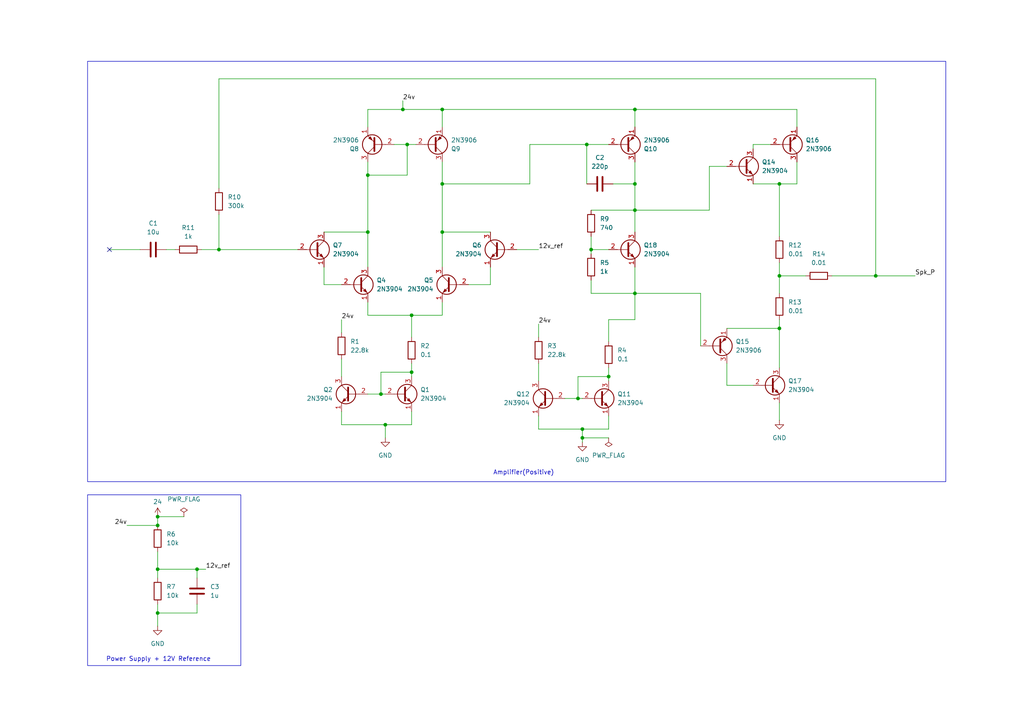
<source format=kicad_sch>
(kicad_sch
	(version 20250114)
	(generator "eeschema")
	(generator_version "9.0")
	(uuid "999bc168-b1bd-431d-ac23-0a822aa5977e")
	(paper "A4")
	(title_block
		(title "Class AB Amplifier")
		(date "2025-10-24")
		(company "SPIT SE")
	)
	(lib_symbols
		(symbol "Device:C"
			(pin_numbers
				(hide yes)
			)
			(pin_names
				(offset 0.254)
			)
			(exclude_from_sim no)
			(in_bom yes)
			(on_board yes)
			(property "Reference" "C"
				(at 0.635 2.54 0)
				(effects
					(font
						(size 1.27 1.27)
					)
					(justify left)
				)
			)
			(property "Value" "C"
				(at 0.635 -2.54 0)
				(effects
					(font
						(size 1.27 1.27)
					)
					(justify left)
				)
			)
			(property "Footprint" ""
				(at 0.9652 -3.81 0)
				(effects
					(font
						(size 1.27 1.27)
					)
					(hide yes)
				)
			)
			(property "Datasheet" "~"
				(at 0 0 0)
				(effects
					(font
						(size 1.27 1.27)
					)
					(hide yes)
				)
			)
			(property "Description" "Unpolarized capacitor"
				(at 0 0 0)
				(effects
					(font
						(size 1.27 1.27)
					)
					(hide yes)
				)
			)
			(property "ki_keywords" "cap capacitor"
				(at 0 0 0)
				(effects
					(font
						(size 1.27 1.27)
					)
					(hide yes)
				)
			)
			(property "ki_fp_filters" "C_*"
				(at 0 0 0)
				(effects
					(font
						(size 1.27 1.27)
					)
					(hide yes)
				)
			)
			(symbol "C_0_1"
				(polyline
					(pts
						(xy -2.032 0.762) (xy 2.032 0.762)
					)
					(stroke
						(width 0.508)
						(type default)
					)
					(fill
						(type none)
					)
				)
				(polyline
					(pts
						(xy -2.032 -0.762) (xy 2.032 -0.762)
					)
					(stroke
						(width 0.508)
						(type default)
					)
					(fill
						(type none)
					)
				)
			)
			(symbol "C_1_1"
				(pin passive line
					(at 0 3.81 270)
					(length 2.794)
					(name "~"
						(effects
							(font
								(size 1.27 1.27)
							)
						)
					)
					(number "1"
						(effects
							(font
								(size 1.27 1.27)
							)
						)
					)
				)
				(pin passive line
					(at 0 -3.81 90)
					(length 2.794)
					(name "~"
						(effects
							(font
								(size 1.27 1.27)
							)
						)
					)
					(number "2"
						(effects
							(font
								(size 1.27 1.27)
							)
						)
					)
				)
			)
			(embedded_fonts no)
		)
		(symbol "Device:R"
			(pin_numbers
				(hide yes)
			)
			(pin_names
				(offset 0)
			)
			(exclude_from_sim no)
			(in_bom yes)
			(on_board yes)
			(property "Reference" "R"
				(at 2.032 0 90)
				(effects
					(font
						(size 1.27 1.27)
					)
				)
			)
			(property "Value" "R"
				(at 0 0 90)
				(effects
					(font
						(size 1.27 1.27)
					)
				)
			)
			(property "Footprint" ""
				(at -1.778 0 90)
				(effects
					(font
						(size 1.27 1.27)
					)
					(hide yes)
				)
			)
			(property "Datasheet" "~"
				(at 0 0 0)
				(effects
					(font
						(size 1.27 1.27)
					)
					(hide yes)
				)
			)
			(property "Description" "Resistor"
				(at 0 0 0)
				(effects
					(font
						(size 1.27 1.27)
					)
					(hide yes)
				)
			)
			(property "ki_keywords" "R res resistor"
				(at 0 0 0)
				(effects
					(font
						(size 1.27 1.27)
					)
					(hide yes)
				)
			)
			(property "ki_fp_filters" "R_*"
				(at 0 0 0)
				(effects
					(font
						(size 1.27 1.27)
					)
					(hide yes)
				)
			)
			(symbol "R_0_1"
				(rectangle
					(start -1.016 -2.54)
					(end 1.016 2.54)
					(stroke
						(width 0.254)
						(type default)
					)
					(fill
						(type none)
					)
				)
			)
			(symbol "R_1_1"
				(pin passive line
					(at 0 3.81 270)
					(length 1.27)
					(name "~"
						(effects
							(font
								(size 1.27 1.27)
							)
						)
					)
					(number "1"
						(effects
							(font
								(size 1.27 1.27)
							)
						)
					)
				)
				(pin passive line
					(at 0 -3.81 90)
					(length 1.27)
					(name "~"
						(effects
							(font
								(size 1.27 1.27)
							)
						)
					)
					(number "2"
						(effects
							(font
								(size 1.27 1.27)
							)
						)
					)
				)
			)
			(embedded_fonts no)
		)
		(symbol "Transistor_BJT:2N3904"
			(pin_names
				(offset 0)
				(hide yes)
			)
			(exclude_from_sim no)
			(in_bom yes)
			(on_board yes)
			(property "Reference" "Q"
				(at 5.08 1.905 0)
				(effects
					(font
						(size 1.27 1.27)
					)
					(justify left)
				)
			)
			(property "Value" "2N3904"
				(at 5.08 0 0)
				(effects
					(font
						(size 1.27 1.27)
					)
					(justify left)
				)
			)
			(property "Footprint" "Package_TO_SOT_THT:TO-92_Inline"
				(at 5.08 -1.905 0)
				(effects
					(font
						(size 1.27 1.27)
						(italic yes)
					)
					(justify left)
					(hide yes)
				)
			)
			(property "Datasheet" "https://www.onsemi.com/pub/Collateral/2N3903-D.PDF"
				(at 0 0 0)
				(effects
					(font
						(size 1.27 1.27)
					)
					(justify left)
					(hide yes)
				)
			)
			(property "Description" "0.2A Ic, 40V Vce, Small Signal NPN Transistor, TO-92"
				(at 0 0 0)
				(effects
					(font
						(size 1.27 1.27)
					)
					(hide yes)
				)
			)
			(property "ki_keywords" "NPN Transistor"
				(at 0 0 0)
				(effects
					(font
						(size 1.27 1.27)
					)
					(hide yes)
				)
			)
			(property "ki_fp_filters" "TO?92*"
				(at 0 0 0)
				(effects
					(font
						(size 1.27 1.27)
					)
					(hide yes)
				)
			)
			(symbol "2N3904_0_1"
				(polyline
					(pts
						(xy -2.54 0) (xy 0.635 0)
					)
					(stroke
						(width 0)
						(type default)
					)
					(fill
						(type none)
					)
				)
				(polyline
					(pts
						(xy 0.635 1.905) (xy 0.635 -1.905)
					)
					(stroke
						(width 0.508)
						(type default)
					)
					(fill
						(type none)
					)
				)
				(circle
					(center 1.27 0)
					(radius 2.8194)
					(stroke
						(width 0.254)
						(type default)
					)
					(fill
						(type none)
					)
				)
			)
			(symbol "2N3904_1_1"
				(polyline
					(pts
						(xy 0.635 0.635) (xy 2.54 2.54)
					)
					(stroke
						(width 0)
						(type default)
					)
					(fill
						(type none)
					)
				)
				(polyline
					(pts
						(xy 0.635 -0.635) (xy 2.54 -2.54)
					)
					(stroke
						(width 0)
						(type default)
					)
					(fill
						(type none)
					)
				)
				(polyline
					(pts
						(xy 1.27 -1.778) (xy 1.778 -1.27) (xy 2.286 -2.286) (xy 1.27 -1.778)
					)
					(stroke
						(width 0)
						(type default)
					)
					(fill
						(type outline)
					)
				)
				(pin input line
					(at -5.08 0 0)
					(length 2.54)
					(name "B"
						(effects
							(font
								(size 1.27 1.27)
							)
						)
					)
					(number "2"
						(effects
							(font
								(size 1.27 1.27)
							)
						)
					)
				)
				(pin passive line
					(at 2.54 5.08 270)
					(length 2.54)
					(name "C"
						(effects
							(font
								(size 1.27 1.27)
							)
						)
					)
					(number "3"
						(effects
							(font
								(size 1.27 1.27)
							)
						)
					)
				)
				(pin passive line
					(at 2.54 -5.08 90)
					(length 2.54)
					(name "E"
						(effects
							(font
								(size 1.27 1.27)
							)
						)
					)
					(number "1"
						(effects
							(font
								(size 1.27 1.27)
							)
						)
					)
				)
			)
			(embedded_fonts no)
		)
		(symbol "Transistor_BJT:2N3906"
			(pin_names
				(offset 0)
				(hide yes)
			)
			(exclude_from_sim no)
			(in_bom yes)
			(on_board yes)
			(property "Reference" "Q"
				(at 5.08 1.905 0)
				(effects
					(font
						(size 1.27 1.27)
					)
					(justify left)
				)
			)
			(property "Value" "2N3906"
				(at 5.08 0 0)
				(effects
					(font
						(size 1.27 1.27)
					)
					(justify left)
				)
			)
			(property "Footprint" "Package_TO_SOT_THT:TO-92_Inline"
				(at 5.08 -1.905 0)
				(effects
					(font
						(size 1.27 1.27)
						(italic yes)
					)
					(justify left)
					(hide yes)
				)
			)
			(property "Datasheet" "https://www.onsemi.com/pub/Collateral/2N3906-D.PDF"
				(at 0 0 0)
				(effects
					(font
						(size 1.27 1.27)
					)
					(justify left)
					(hide yes)
				)
			)
			(property "Description" "-0.2A Ic, -40V Vce, Small Signal PNP Transistor, TO-92"
				(at 0 0 0)
				(effects
					(font
						(size 1.27 1.27)
					)
					(hide yes)
				)
			)
			(property "ki_keywords" "PNP Transistor"
				(at 0 0 0)
				(effects
					(font
						(size 1.27 1.27)
					)
					(hide yes)
				)
			)
			(property "ki_fp_filters" "TO?92*"
				(at 0 0 0)
				(effects
					(font
						(size 1.27 1.27)
					)
					(hide yes)
				)
			)
			(symbol "2N3906_0_1"
				(polyline
					(pts
						(xy -2.54 0) (xy 0.635 0)
					)
					(stroke
						(width 0)
						(type default)
					)
					(fill
						(type none)
					)
				)
				(polyline
					(pts
						(xy 0.635 1.905) (xy 0.635 -1.905)
					)
					(stroke
						(width 0.508)
						(type default)
					)
					(fill
						(type none)
					)
				)
				(polyline
					(pts
						(xy 0.635 0.635) (xy 2.54 2.54)
					)
					(stroke
						(width 0)
						(type default)
					)
					(fill
						(type none)
					)
				)
				(polyline
					(pts
						(xy 0.635 -0.635) (xy 2.54 -2.54)
					)
					(stroke
						(width 0)
						(type default)
					)
					(fill
						(type none)
					)
				)
				(circle
					(center 1.27 0)
					(radius 2.8194)
					(stroke
						(width 0.254)
						(type default)
					)
					(fill
						(type none)
					)
				)
				(polyline
					(pts
						(xy 2.286 -1.778) (xy 1.778 -2.286) (xy 1.27 -1.27) (xy 2.286 -1.778)
					)
					(stroke
						(width 0)
						(type default)
					)
					(fill
						(type outline)
					)
				)
			)
			(symbol "2N3906_1_1"
				(pin input line
					(at -5.08 0 0)
					(length 2.54)
					(name "B"
						(effects
							(font
								(size 1.27 1.27)
							)
						)
					)
					(number "2"
						(effects
							(font
								(size 1.27 1.27)
							)
						)
					)
				)
				(pin passive line
					(at 2.54 5.08 270)
					(length 2.54)
					(name "C"
						(effects
							(font
								(size 1.27 1.27)
							)
						)
					)
					(number "3"
						(effects
							(font
								(size 1.27 1.27)
							)
						)
					)
				)
				(pin passive line
					(at 2.54 -5.08 90)
					(length 2.54)
					(name "E"
						(effects
							(font
								(size 1.27 1.27)
							)
						)
					)
					(number "1"
						(effects
							(font
								(size 1.27 1.27)
							)
						)
					)
				)
			)
			(embedded_fonts no)
		)
		(symbol "power:GND"
			(power)
			(pin_numbers
				(hide yes)
			)
			(pin_names
				(offset 0)
				(hide yes)
			)
			(exclude_from_sim no)
			(in_bom yes)
			(on_board yes)
			(property "Reference" "#PWR"
				(at 0 -6.35 0)
				(effects
					(font
						(size 1.27 1.27)
					)
					(hide yes)
				)
			)
			(property "Value" "GND"
				(at 0 -3.81 0)
				(effects
					(font
						(size 1.27 1.27)
					)
				)
			)
			(property "Footprint" ""
				(at 0 0 0)
				(effects
					(font
						(size 1.27 1.27)
					)
					(hide yes)
				)
			)
			(property "Datasheet" ""
				(at 0 0 0)
				(effects
					(font
						(size 1.27 1.27)
					)
					(hide yes)
				)
			)
			(property "Description" "Power symbol creates a global label with name \"GND\" , ground"
				(at 0 0 0)
				(effects
					(font
						(size 1.27 1.27)
					)
					(hide yes)
				)
			)
			(property "ki_keywords" "global power"
				(at 0 0 0)
				(effects
					(font
						(size 1.27 1.27)
					)
					(hide yes)
				)
			)
			(symbol "GND_0_1"
				(polyline
					(pts
						(xy 0 0) (xy 0 -1.27) (xy 1.27 -1.27) (xy 0 -2.54) (xy -1.27 -1.27) (xy 0 -1.27)
					)
					(stroke
						(width 0)
						(type default)
					)
					(fill
						(type none)
					)
				)
			)
			(symbol "GND_1_1"
				(pin power_in line
					(at 0 0 270)
					(length 0)
					(name "~"
						(effects
							(font
								(size 1.27 1.27)
							)
						)
					)
					(number "1"
						(effects
							(font
								(size 1.27 1.27)
							)
						)
					)
				)
			)
			(embedded_fonts no)
		)
		(symbol "power:PWR_FLAG"
			(power)
			(pin_numbers
				(hide yes)
			)
			(pin_names
				(offset 0)
				(hide yes)
			)
			(exclude_from_sim no)
			(in_bom yes)
			(on_board yes)
			(property "Reference" "#FLG"
				(at 0 1.905 0)
				(effects
					(font
						(size 1.27 1.27)
					)
					(hide yes)
				)
			)
			(property "Value" "PWR_FLAG"
				(at 0 3.81 0)
				(effects
					(font
						(size 1.27 1.27)
					)
				)
			)
			(property "Footprint" ""
				(at 0 0 0)
				(effects
					(font
						(size 1.27 1.27)
					)
					(hide yes)
				)
			)
			(property "Datasheet" "~"
				(at 0 0 0)
				(effects
					(font
						(size 1.27 1.27)
					)
					(hide yes)
				)
			)
			(property "Description" "Special symbol for telling ERC where power comes from"
				(at 0 0 0)
				(effects
					(font
						(size 1.27 1.27)
					)
					(hide yes)
				)
			)
			(property "ki_keywords" "flag power"
				(at 0 0 0)
				(effects
					(font
						(size 1.27 1.27)
					)
					(hide yes)
				)
			)
			(symbol "PWR_FLAG_0_0"
				(pin power_out line
					(at 0 0 90)
					(length 0)
					(name "~"
						(effects
							(font
								(size 1.27 1.27)
							)
						)
					)
					(number "1"
						(effects
							(font
								(size 1.27 1.27)
							)
						)
					)
				)
			)
			(symbol "PWR_FLAG_0_1"
				(polyline
					(pts
						(xy 0 0) (xy 0 1.27) (xy -1.016 1.905) (xy 0 2.54) (xy 1.016 1.905) (xy 0 1.27)
					)
					(stroke
						(width 0)
						(type default)
					)
					(fill
						(type none)
					)
				)
			)
			(embedded_fonts no)
		)
		(symbol "power:VCC"
			(power)
			(pin_numbers
				(hide yes)
			)
			(pin_names
				(offset 0)
				(hide yes)
			)
			(exclude_from_sim no)
			(in_bom yes)
			(on_board yes)
			(property "Reference" "#PWR"
				(at 0 -3.81 0)
				(effects
					(font
						(size 1.27 1.27)
					)
					(hide yes)
				)
			)
			(property "Value" "VCC"
				(at 0 3.556 0)
				(effects
					(font
						(size 1.27 1.27)
					)
				)
			)
			(property "Footprint" ""
				(at 0 0 0)
				(effects
					(font
						(size 1.27 1.27)
					)
					(hide yes)
				)
			)
			(property "Datasheet" ""
				(at 0 0 0)
				(effects
					(font
						(size 1.27 1.27)
					)
					(hide yes)
				)
			)
			(property "Description" "Power symbol creates a global label with name \"VCC\""
				(at 0 0 0)
				(effects
					(font
						(size 1.27 1.27)
					)
					(hide yes)
				)
			)
			(property "ki_keywords" "global power"
				(at 0 0 0)
				(effects
					(font
						(size 1.27 1.27)
					)
					(hide yes)
				)
			)
			(symbol "VCC_0_1"
				(polyline
					(pts
						(xy -0.762 1.27) (xy 0 2.54)
					)
					(stroke
						(width 0)
						(type default)
					)
					(fill
						(type none)
					)
				)
				(polyline
					(pts
						(xy 0 2.54) (xy 0.762 1.27)
					)
					(stroke
						(width 0)
						(type default)
					)
					(fill
						(type none)
					)
				)
				(polyline
					(pts
						(xy 0 0) (xy 0 2.54)
					)
					(stroke
						(width 0)
						(type default)
					)
					(fill
						(type none)
					)
				)
			)
			(symbol "VCC_1_1"
				(pin power_in line
					(at 0 0 90)
					(length 0)
					(name "~"
						(effects
							(font
								(size 1.27 1.27)
							)
						)
					)
					(number "1"
						(effects
							(font
								(size 1.27 1.27)
							)
						)
					)
				)
			)
			(embedded_fonts no)
		)
	)
	(rectangle
		(start 25.4 17.78)
		(end 274.32 139.7)
		(stroke
			(width 0)
			(type default)
		)
		(fill
			(type none)
		)
		(uuid 39d2b3e8-87e2-4157-8797-3f4415fa547e)
	)
	(rectangle
		(start 25.4 143.51)
		(end 69.85 193.04)
		(stroke
			(width 0)
			(type default)
		)
		(fill
			(type none)
		)
		(uuid caa36eaa-6799-4bf9-a778-e0bf120162aa)
	)
	(text "Power Supply + 12V Reference"
		(exclude_from_sim no)
		(at 45.974 191.262 0)
		(effects
			(font
				(size 1.27 1.27)
			)
		)
		(uuid "9bbf0dec-3fcb-461b-8da7-0f2891bfb8b7")
	)
	(text "Amplifier(Positive)"
		(exclude_from_sim no)
		(at 151.892 137.16 0)
		(effects
			(font
				(size 1.27 1.27)
			)
		)
		(uuid "f010911a-cef1-429b-8910-6d2e5f4333d2")
	)
	(junction
		(at 184.15 31.75)
		(diameter 0)
		(color 0 0 0 0)
		(uuid "0048073e-f959-4112-9ca4-61843f403453")
	)
	(junction
		(at 45.72 149.86)
		(diameter 0)
		(color 0 0 0 0)
		(uuid "05eafd5f-ae8a-42aa-9f82-9cfef6074618")
	)
	(junction
		(at 170.18 41.91)
		(diameter 0)
		(color 0 0 0 0)
		(uuid "089c36df-53aa-42e1-b5b1-93cb3cb09ef0")
	)
	(junction
		(at 63.5 72.39)
		(diameter 0)
		(color 0 0 0 0)
		(uuid "0f644c70-834c-4147-9172-4c11ebeeb814")
	)
	(junction
		(at 110.49 114.3)
		(diameter 0)
		(color 0 0 0 0)
		(uuid "10b8f922-562d-4899-b302-b0f9e77064c6")
	)
	(junction
		(at 184.15 85.09)
		(diameter 0)
		(color 0 0 0 0)
		(uuid "12171f47-cb35-4090-bcc2-e7cf83cd4099")
	)
	(junction
		(at 168.91 124.46)
		(diameter 0)
		(color 0 0 0 0)
		(uuid "13cf8ff3-8b50-4136-a7c9-56e4306293ae")
	)
	(junction
		(at 106.68 67.31)
		(diameter 0)
		(color 0 0 0 0)
		(uuid "1680ed21-5c37-4bf4-a723-ba5c37a5264d")
	)
	(junction
		(at 111.76 123.19)
		(diameter 0)
		(color 0 0 0 0)
		(uuid "1c3b6cc5-baff-489d-adb9-1ed2190d7479")
	)
	(junction
		(at 128.27 31.75)
		(diameter 0)
		(color 0 0 0 0)
		(uuid "33ce71d0-e59f-4ae7-b9b6-d05fb2962e43")
	)
	(junction
		(at 254 80.01)
		(diameter 0)
		(color 0 0 0 0)
		(uuid "462330a0-89bd-4aad-bbf0-02e241710b81")
	)
	(junction
		(at 128.27 53.34)
		(diameter 0)
		(color 0 0 0 0)
		(uuid "470be740-7e17-43b2-be3b-688dd4e00d7c")
	)
	(junction
		(at 226.06 53.34)
		(diameter 0)
		(color 0 0 0 0)
		(uuid "54b0beb3-3cb5-4939-9fc6-2694534613b9")
	)
	(junction
		(at 118.11 41.91)
		(diameter 0)
		(color 0 0 0 0)
		(uuid "6cee2462-7145-4904-bcce-e30092c8ed7e")
	)
	(junction
		(at 168.91 127)
		(diameter 0)
		(color 0 0 0 0)
		(uuid "6fd260ad-f0f6-4bdc-8343-d0d044fe8f32")
	)
	(junction
		(at 167.64 115.57)
		(diameter 0)
		(color 0 0 0 0)
		(uuid "7dcb7277-f81d-41c3-84ee-6b6f3fa8c256")
	)
	(junction
		(at 45.72 152.4)
		(diameter 0)
		(color 0 0 0 0)
		(uuid "7fddcf61-4e3d-4ee0-a8d3-1f5b6b770bee")
	)
	(junction
		(at 45.72 177.8)
		(diameter 0)
		(color 0 0 0 0)
		(uuid "82ce432d-70f5-48b7-8e04-3e9afc032195")
	)
	(junction
		(at 176.53 109.22)
		(diameter 0)
		(color 0 0 0 0)
		(uuid "863bf4db-42b0-41cc-83bd-950558cd3f5e")
	)
	(junction
		(at 184.15 53.34)
		(diameter 0)
		(color 0 0 0 0)
		(uuid "89ca46da-da44-4070-8f87-90fdc998d7a0")
	)
	(junction
		(at 171.45 72.39)
		(diameter 0)
		(color 0 0 0 0)
		(uuid "98ed96ce-8351-43b4-97d0-a64805cc77b1")
	)
	(junction
		(at 116.84 31.75)
		(diameter 0)
		(color 0 0 0 0)
		(uuid "a277ace6-01e5-47b4-bb53-e3565b99a6b9")
	)
	(junction
		(at 184.15 60.96)
		(diameter 0)
		(color 0 0 0 0)
		(uuid "a436797a-cc03-495f-85f1-6ea2e75c93e9")
	)
	(junction
		(at 128.27 67.31)
		(diameter 0)
		(color 0 0 0 0)
		(uuid "aa91fabd-08e3-46e7-b7aa-2acb5c387dc4")
	)
	(junction
		(at 106.68 50.8)
		(diameter 0)
		(color 0 0 0 0)
		(uuid "b0cb25c2-be53-4161-b5c1-cfa146b9f356")
	)
	(junction
		(at 57.15 165.1)
		(diameter 0)
		(color 0 0 0 0)
		(uuid "b1890c3a-dfb1-41cd-8545-af8de739c1d0")
	)
	(junction
		(at 226.06 95.25)
		(diameter 0)
		(color 0 0 0 0)
		(uuid "b8655280-c8f4-4d86-9687-1f254fa87c0b")
	)
	(junction
		(at 119.38 91.44)
		(diameter 0)
		(color 0 0 0 0)
		(uuid "c769e4bd-c96c-4c97-bf3e-5f7e85393d45")
	)
	(junction
		(at 45.72 165.1)
		(diameter 0)
		(color 0 0 0 0)
		(uuid "c7f6941f-890d-4f2c-b098-635d69cccc93")
	)
	(junction
		(at 119.38 107.95)
		(diameter 0)
		(color 0 0 0 0)
		(uuid "d132fd97-63e0-4783-8a3b-7724367677e2")
	)
	(junction
		(at 226.06 80.01)
		(diameter 0)
		(color 0 0 0 0)
		(uuid "e9c0a572-c8ab-4bcc-ab96-7dc18c33ca53")
	)
	(no_connect
		(at 31.75 72.39)
		(uuid "9f1a2f18-fdaf-44ac-a8c7-ec35cc707d1a")
	)
	(wire
		(pts
			(xy 176.53 106.68) (xy 176.53 109.22)
		)
		(stroke
			(width 0)
			(type default)
		)
		(uuid "01a6806a-f067-4573-8332-19ffd0b35a64")
	)
	(wire
		(pts
			(xy 210.82 105.41) (xy 210.82 111.76)
		)
		(stroke
			(width 0)
			(type default)
		)
		(uuid "029e96f8-5255-4069-9f83-9e690d76fce1")
	)
	(wire
		(pts
			(xy 156.21 93.98) (xy 156.21 97.79)
		)
		(stroke
			(width 0)
			(type default)
		)
		(uuid "0327186a-f812-4226-85f6-2f2224d776a6")
	)
	(wire
		(pts
			(xy 184.15 31.75) (xy 184.15 36.83)
		)
		(stroke
			(width 0)
			(type default)
		)
		(uuid "052b0713-8129-4d30-8ea5-95a4b6c09ab0")
	)
	(wire
		(pts
			(xy 218.44 41.91) (xy 218.44 43.18)
		)
		(stroke
			(width 0)
			(type default)
		)
		(uuid "06bd38f0-6c90-407c-861c-3e30ac9be3a1")
	)
	(wire
		(pts
			(xy 99.06 92.71) (xy 99.06 96.52)
		)
		(stroke
			(width 0)
			(type default)
		)
		(uuid "0818b47d-cc6d-4738-b529-3e0b5d43d017")
	)
	(wire
		(pts
			(xy 156.21 120.65) (xy 156.21 124.46)
		)
		(stroke
			(width 0)
			(type default)
		)
		(uuid "095c3254-bf7e-4177-b02d-4c922c64296f")
	)
	(wire
		(pts
			(xy 106.68 50.8) (xy 106.68 46.99)
		)
		(stroke
			(width 0)
			(type default)
		)
		(uuid "097d2689-98f1-46f0-a4d1-6408c76998e6")
	)
	(wire
		(pts
			(xy 128.27 31.75) (xy 184.15 31.75)
		)
		(stroke
			(width 0)
			(type default)
		)
		(uuid "0a426b72-e680-40bf-9286-8ed90aa87fcf")
	)
	(wire
		(pts
			(xy 167.64 115.57) (xy 168.91 115.57)
		)
		(stroke
			(width 0)
			(type default)
		)
		(uuid "0a6de288-10d0-4809-8b3b-4b53dbe9f577")
	)
	(wire
		(pts
			(xy 63.5 72.39) (xy 86.36 72.39)
		)
		(stroke
			(width 0)
			(type default)
		)
		(uuid "11698589-63df-4726-9e4c-95e4309ecbe2")
	)
	(wire
		(pts
			(xy 170.18 41.91) (xy 170.18 53.34)
		)
		(stroke
			(width 0)
			(type default)
		)
		(uuid "117014e6-039e-453a-805f-f17a4aeb824f")
	)
	(wire
		(pts
			(xy 57.15 167.64) (xy 57.15 165.1)
		)
		(stroke
			(width 0)
			(type default)
		)
		(uuid "15b032d1-af06-463a-9aa9-995d741af7b2")
	)
	(wire
		(pts
			(xy 48.26 72.39) (xy 50.8 72.39)
		)
		(stroke
			(width 0)
			(type default)
		)
		(uuid "166849aa-2fcd-4d73-a1a6-c4b3a4d59397")
	)
	(wire
		(pts
			(xy 106.68 114.3) (xy 110.49 114.3)
		)
		(stroke
			(width 0)
			(type default)
		)
		(uuid "16956a84-2421-47bd-8e00-86380968c347")
	)
	(wire
		(pts
			(xy 111.76 123.19) (xy 111.76 127)
		)
		(stroke
			(width 0)
			(type default)
		)
		(uuid "19d1806c-ddde-479f-92dd-caece642de35")
	)
	(wire
		(pts
			(xy 111.76 123.19) (xy 119.38 123.19)
		)
		(stroke
			(width 0)
			(type default)
		)
		(uuid "234409f9-655e-489a-931b-2a940e84c120")
	)
	(wire
		(pts
			(xy 128.27 67.31) (xy 128.27 77.47)
		)
		(stroke
			(width 0)
			(type default)
		)
		(uuid "286be7c6-94a7-45db-b5f6-5e24dd3c9a5e")
	)
	(wire
		(pts
			(xy 218.44 41.91) (xy 223.52 41.91)
		)
		(stroke
			(width 0)
			(type default)
		)
		(uuid "2a057bc0-fed8-4456-9315-ac60bb227406")
	)
	(wire
		(pts
			(xy 106.68 31.75) (xy 116.84 31.75)
		)
		(stroke
			(width 0)
			(type default)
		)
		(uuid "2a4358c4-00b4-46bd-9f32-d57d46b0c134")
	)
	(wire
		(pts
			(xy 226.06 80.01) (xy 233.68 80.01)
		)
		(stroke
			(width 0)
			(type default)
		)
		(uuid "2a77b0ad-063c-4608-b5e1-18da2883ac19")
	)
	(wire
		(pts
			(xy 118.11 50.8) (xy 106.68 50.8)
		)
		(stroke
			(width 0)
			(type default)
		)
		(uuid "2c54822a-a227-4b40-a2d2-f702408f361f")
	)
	(wire
		(pts
			(xy 118.11 41.91) (xy 118.11 50.8)
		)
		(stroke
			(width 0)
			(type default)
		)
		(uuid "2d1e8c75-4901-452d-a72c-9c17771aeddc")
	)
	(wire
		(pts
			(xy 226.06 92.71) (xy 226.06 95.25)
		)
		(stroke
			(width 0)
			(type default)
		)
		(uuid "2e05ce23-182f-43ad-98e6-3f5276287dc4")
	)
	(wire
		(pts
			(xy 176.53 109.22) (xy 176.53 110.49)
		)
		(stroke
			(width 0)
			(type default)
		)
		(uuid "308c6c2b-dcea-4057-981a-5751ca7a0308")
	)
	(wire
		(pts
			(xy 57.15 175.26) (xy 57.15 177.8)
		)
		(stroke
			(width 0)
			(type default)
		)
		(uuid "32cc4ded-33f5-4727-9433-ce7ba35fc7cb")
	)
	(wire
		(pts
			(xy 210.82 111.76) (xy 218.44 111.76)
		)
		(stroke
			(width 0)
			(type default)
		)
		(uuid "3407a08b-fc12-4d21-9c4e-bb3b349f16ea")
	)
	(wire
		(pts
			(xy 171.45 81.28) (xy 171.45 85.09)
		)
		(stroke
			(width 0)
			(type default)
		)
		(uuid "34e18b28-3bde-4b6f-995e-ea805af0bd9c")
	)
	(wire
		(pts
			(xy 184.15 77.47) (xy 184.15 85.09)
		)
		(stroke
			(width 0)
			(type default)
		)
		(uuid "375c3c35-7f44-419a-8d73-dcf589c8e471")
	)
	(wire
		(pts
			(xy 184.15 60.96) (xy 184.15 53.34)
		)
		(stroke
			(width 0)
			(type default)
		)
		(uuid "376307fb-b363-4490-a45f-fbad3b235c76")
	)
	(wire
		(pts
			(xy 53.34 149.86) (xy 45.72 149.86)
		)
		(stroke
			(width 0)
			(type default)
		)
		(uuid "37d5aaa0-e552-4bf3-9134-589564207d68")
	)
	(wire
		(pts
			(xy 176.53 92.71) (xy 184.15 92.71)
		)
		(stroke
			(width 0)
			(type default)
		)
		(uuid "3bdaf375-769b-4c17-8977-1f5e697fca45")
	)
	(wire
		(pts
			(xy 99.06 119.38) (xy 99.06 123.19)
		)
		(stroke
			(width 0)
			(type default)
		)
		(uuid "3d6fff95-7ea6-4d67-8939-4dbf348f5159")
	)
	(wire
		(pts
			(xy 57.15 165.1) (xy 45.72 165.1)
		)
		(stroke
			(width 0)
			(type default)
		)
		(uuid "401411c3-4be2-44a5-97cb-7aea12032a9a")
	)
	(wire
		(pts
			(xy 128.27 31.75) (xy 128.27 36.83)
		)
		(stroke
			(width 0)
			(type default)
		)
		(uuid "4443eb56-fa70-4b37-b2fa-954a20d7bc2f")
	)
	(wire
		(pts
			(xy 177.8 53.34) (xy 184.15 53.34)
		)
		(stroke
			(width 0)
			(type default)
		)
		(uuid "4767a78c-5e2c-4835-be60-bd5cfcc34bc6")
	)
	(wire
		(pts
			(xy 171.45 85.09) (xy 184.15 85.09)
		)
		(stroke
			(width 0)
			(type default)
		)
		(uuid "48f1e642-be73-48d9-aa87-4cbfcbc40789")
	)
	(wire
		(pts
			(xy 218.44 53.34) (xy 226.06 53.34)
		)
		(stroke
			(width 0)
			(type default)
		)
		(uuid "498736ee-bb53-4c5e-a69e-149ea756b401")
	)
	(wire
		(pts
			(xy 63.5 22.86) (xy 63.5 54.61)
		)
		(stroke
			(width 0)
			(type default)
		)
		(uuid "49ce2638-344a-47dd-9d3b-51c370f982d9")
	)
	(wire
		(pts
			(xy 114.3 41.91) (xy 118.11 41.91)
		)
		(stroke
			(width 0)
			(type default)
		)
		(uuid "5046a65c-d83e-43a2-9ac9-eb17d19899c4")
	)
	(wire
		(pts
			(xy 163.83 115.57) (xy 167.64 115.57)
		)
		(stroke
			(width 0)
			(type default)
		)
		(uuid "50f90da5-b5bf-4698-9822-b65489bea784")
	)
	(wire
		(pts
			(xy 184.15 60.96) (xy 205.74 60.96)
		)
		(stroke
			(width 0)
			(type default)
		)
		(uuid "54ea9800-e701-441e-828a-895a8a12ec6b")
	)
	(wire
		(pts
			(xy 118.11 41.91) (xy 120.65 41.91)
		)
		(stroke
			(width 0)
			(type default)
		)
		(uuid "5c40a7bb-d3f7-4b5c-8e2b-2dbe54eae1ad")
	)
	(wire
		(pts
			(xy 116.84 31.75) (xy 128.27 31.75)
		)
		(stroke
			(width 0)
			(type default)
		)
		(uuid "5fe9de23-e0a8-4fe5-b8e3-a284798589e2")
	)
	(wire
		(pts
			(xy 167.64 115.57) (xy 167.64 109.22)
		)
		(stroke
			(width 0)
			(type default)
		)
		(uuid "63110670-e3ee-4cb2-9c6e-4657ab4f38ce")
	)
	(wire
		(pts
			(xy 205.74 60.96) (xy 205.74 48.26)
		)
		(stroke
			(width 0)
			(type default)
		)
		(uuid "6792a389-3b72-4257-84ea-bc164be300de")
	)
	(wire
		(pts
			(xy 226.06 95.25) (xy 226.06 106.68)
		)
		(stroke
			(width 0)
			(type default)
		)
		(uuid "6a807680-0e57-49c4-9d42-74e765ab711b")
	)
	(wire
		(pts
			(xy 106.68 91.44) (xy 119.38 91.44)
		)
		(stroke
			(width 0)
			(type default)
		)
		(uuid "6d0872d8-dee9-4128-a4fa-1f00bda06f1d")
	)
	(wire
		(pts
			(xy 176.53 124.46) (xy 176.53 120.65)
		)
		(stroke
			(width 0)
			(type default)
		)
		(uuid "6d2d7437-e182-4b1a-b0d8-2113c1be8979")
	)
	(wire
		(pts
			(xy 119.38 91.44) (xy 119.38 97.79)
		)
		(stroke
			(width 0)
			(type default)
		)
		(uuid "7068a392-37c4-4d29-b5d8-8d218b8f997e")
	)
	(wire
		(pts
			(xy 156.21 105.41) (xy 156.21 110.49)
		)
		(stroke
			(width 0)
			(type default)
		)
		(uuid "70bc8b19-0c7b-4d81-a6fc-5be8094e6353")
	)
	(wire
		(pts
			(xy 168.91 127) (xy 176.53 127)
		)
		(stroke
			(width 0)
			(type default)
		)
		(uuid "79c054f2-a04e-40c5-898c-8023606092ad")
	)
	(wire
		(pts
			(xy 167.64 109.22) (xy 176.53 109.22)
		)
		(stroke
			(width 0)
			(type default)
		)
		(uuid "7fae0dac-2a86-4454-8b5f-58177f2e0e83")
	)
	(wire
		(pts
			(xy 153.67 53.34) (xy 153.67 41.91)
		)
		(stroke
			(width 0)
			(type default)
		)
		(uuid "82725ffe-e8b7-4704-95a5-7bbb6d176109")
	)
	(wire
		(pts
			(xy 142.24 77.47) (xy 142.24 82.55)
		)
		(stroke
			(width 0)
			(type default)
		)
		(uuid "8333095f-77e3-429b-be98-be6aa40dafe8")
	)
	(wire
		(pts
			(xy 99.06 123.19) (xy 111.76 123.19)
		)
		(stroke
			(width 0)
			(type default)
		)
		(uuid "85cc82be-94c1-471f-9bac-2008305ff491")
	)
	(wire
		(pts
			(xy 93.98 82.55) (xy 99.06 82.55)
		)
		(stroke
			(width 0)
			(type default)
		)
		(uuid "872213c0-12a7-4d34-b6eb-32b0e78ab41c")
	)
	(wire
		(pts
			(xy 176.53 92.71) (xy 176.53 99.06)
		)
		(stroke
			(width 0)
			(type default)
		)
		(uuid "881bf950-867a-46fd-bca4-7b1b13788be8")
	)
	(wire
		(pts
			(xy 184.15 85.09) (xy 203.2 85.09)
		)
		(stroke
			(width 0)
			(type default)
		)
		(uuid "89974b16-a959-4e60-a21d-6d954347fc78")
	)
	(wire
		(pts
			(xy 184.15 67.31) (xy 184.15 60.96)
		)
		(stroke
			(width 0)
			(type default)
		)
		(uuid "8b99b139-f364-4acb-807f-12175d26b666")
	)
	(wire
		(pts
			(xy 63.5 22.86) (xy 254 22.86)
		)
		(stroke
			(width 0)
			(type default)
		)
		(uuid "8fc98186-d054-4362-b123-7144c9a79765")
	)
	(wire
		(pts
			(xy 170.18 41.91) (xy 176.53 41.91)
		)
		(stroke
			(width 0)
			(type default)
		)
		(uuid "95da9e00-d71f-41c3-9767-b685ca19a9b2")
	)
	(wire
		(pts
			(xy 110.49 114.3) (xy 111.76 114.3)
		)
		(stroke
			(width 0)
			(type default)
		)
		(uuid "95dc195d-fc14-40b5-b869-6ca1264aed6c")
	)
	(wire
		(pts
			(xy 184.15 85.09) (xy 184.15 92.71)
		)
		(stroke
			(width 0)
			(type default)
		)
		(uuid "9b2f79c9-4bba-4446-b038-0d7a278b3d47")
	)
	(wire
		(pts
			(xy 110.49 114.3) (xy 110.49 107.95)
		)
		(stroke
			(width 0)
			(type default)
		)
		(uuid "9d228139-4aa1-4069-84cc-d2af6c85345e")
	)
	(wire
		(pts
			(xy 45.72 177.8) (xy 45.72 181.61)
		)
		(stroke
			(width 0)
			(type default)
		)
		(uuid "9ee5ce76-1f76-4ee7-a1e9-25a60c38a0a3")
	)
	(wire
		(pts
			(xy 99.06 104.14) (xy 99.06 109.22)
		)
		(stroke
			(width 0)
			(type default)
		)
		(uuid "9effd8ae-f828-4b0a-a367-8db335082a1b")
	)
	(wire
		(pts
			(xy 31.75 72.39) (xy 40.64 72.39)
		)
		(stroke
			(width 0)
			(type default)
		)
		(uuid "a0359f42-b1e8-4908-82be-99a0136e6402")
	)
	(wire
		(pts
			(xy 226.06 80.01) (xy 226.06 85.09)
		)
		(stroke
			(width 0)
			(type default)
		)
		(uuid "a55666ee-bfd7-4c69-866a-bbdfbb15df9d")
	)
	(wire
		(pts
			(xy 128.27 91.44) (xy 128.27 87.63)
		)
		(stroke
			(width 0)
			(type default)
		)
		(uuid "a74cbdb7-cef3-482f-abf6-6f20dc4778d4")
	)
	(wire
		(pts
			(xy 119.38 107.95) (xy 119.38 109.22)
		)
		(stroke
			(width 0)
			(type default)
		)
		(uuid "a9264767-912b-4c50-aa5e-53d95aa05cad")
	)
	(wire
		(pts
			(xy 171.45 60.96) (xy 184.15 60.96)
		)
		(stroke
			(width 0)
			(type default)
		)
		(uuid "aa3fdda5-d53a-45b3-83e3-d1839f29c6c3")
	)
	(wire
		(pts
			(xy 184.15 31.75) (xy 231.14 31.75)
		)
		(stroke
			(width 0)
			(type default)
		)
		(uuid "ac0faa01-1844-47cd-a077-260e938d94ec")
	)
	(wire
		(pts
			(xy 241.3 80.01) (xy 254 80.01)
		)
		(stroke
			(width 0)
			(type default)
		)
		(uuid "ad80412f-80c6-41bc-b4cf-d30dcf829560")
	)
	(wire
		(pts
			(xy 226.06 116.84) (xy 226.06 121.92)
		)
		(stroke
			(width 0)
			(type default)
		)
		(uuid "adf973df-a4f7-4cc2-bcb2-760e0dc43364")
	)
	(wire
		(pts
			(xy 36.83 152.4) (xy 45.72 152.4)
		)
		(stroke
			(width 0)
			(type default)
		)
		(uuid "ae0eb866-7fc9-4103-a545-41f3d478d040")
	)
	(wire
		(pts
			(xy 106.68 77.47) (xy 106.68 67.31)
		)
		(stroke
			(width 0)
			(type default)
		)
		(uuid "b29f1388-9a0b-41a6-9770-6401468207d1")
	)
	(wire
		(pts
			(xy 106.68 67.31) (xy 106.68 50.8)
		)
		(stroke
			(width 0)
			(type default)
		)
		(uuid "b77b1b0f-e50f-48fb-b530-7a458922963d")
	)
	(wire
		(pts
			(xy 142.24 82.55) (xy 135.89 82.55)
		)
		(stroke
			(width 0)
			(type default)
		)
		(uuid "bac53d6a-7293-4184-918d-87aa11744807")
	)
	(wire
		(pts
			(xy 106.68 36.83) (xy 106.68 31.75)
		)
		(stroke
			(width 0)
			(type default)
		)
		(uuid "bbb66e9a-f3d0-4fcd-9ec1-3698e363bb4c")
	)
	(wire
		(pts
			(xy 226.06 76.2) (xy 226.06 80.01)
		)
		(stroke
			(width 0)
			(type default)
		)
		(uuid "bdefe097-3619-43ea-aab9-6759081e77dc")
	)
	(wire
		(pts
			(xy 168.91 124.46) (xy 176.53 124.46)
		)
		(stroke
			(width 0)
			(type default)
		)
		(uuid "c00e48f0-471f-4dcb-bc9b-0a70d7453222")
	)
	(wire
		(pts
			(xy 254 80.01) (xy 265.43 80.01)
		)
		(stroke
			(width 0)
			(type default)
		)
		(uuid "c07922c3-cdf4-4faf-ae97-2755b8b8f4e6")
	)
	(wire
		(pts
			(xy 57.15 177.8) (xy 45.72 177.8)
		)
		(stroke
			(width 0)
			(type default)
		)
		(uuid "c7ac2575-f517-4734-8dd7-8a39ef2a793b")
	)
	(wire
		(pts
			(xy 116.84 29.21) (xy 116.84 31.75)
		)
		(stroke
			(width 0)
			(type default)
		)
		(uuid "c986cadd-8d62-498c-834d-44ef64c3eacb")
	)
	(wire
		(pts
			(xy 110.49 107.95) (xy 119.38 107.95)
		)
		(stroke
			(width 0)
			(type default)
		)
		(uuid "c99c131a-d341-49c2-adfd-836a28d27a2d")
	)
	(wire
		(pts
			(xy 231.14 31.75) (xy 231.14 36.83)
		)
		(stroke
			(width 0)
			(type default)
		)
		(uuid "ca49e42c-a7bf-4a63-a333-3499282d4d2c")
	)
	(wire
		(pts
			(xy 128.27 53.34) (xy 153.67 53.34)
		)
		(stroke
			(width 0)
			(type default)
		)
		(uuid "caf6ae84-11f8-4d7d-879c-b9e481806b49")
	)
	(wire
		(pts
			(xy 168.91 127) (xy 168.91 124.46)
		)
		(stroke
			(width 0)
			(type default)
		)
		(uuid "cba47e05-7901-4bb3-a64d-d6ac56b87567")
	)
	(wire
		(pts
			(xy 45.72 165.1) (xy 45.72 167.64)
		)
		(stroke
			(width 0)
			(type default)
		)
		(uuid "cdd4827d-a52e-4605-9276-16a32a975157")
	)
	(wire
		(pts
			(xy 226.06 53.34) (xy 226.06 68.58)
		)
		(stroke
			(width 0)
			(type default)
		)
		(uuid "d0113f89-6672-4947-a0d3-5841f6b8cd0a")
	)
	(wire
		(pts
			(xy 119.38 105.41) (xy 119.38 107.95)
		)
		(stroke
			(width 0)
			(type default)
		)
		(uuid "d0dc0138-9993-4962-9a15-563b28afaeae")
	)
	(wire
		(pts
			(xy 184.15 46.99) (xy 184.15 53.34)
		)
		(stroke
			(width 0)
			(type default)
		)
		(uuid "d13bfa78-3713-4606-af57-a1ed6683e902")
	)
	(wire
		(pts
			(xy 93.98 67.31) (xy 106.68 67.31)
		)
		(stroke
			(width 0)
			(type default)
		)
		(uuid "d1b1f9a3-c0d1-4d1c-8f33-bb7f64f1c5c7")
	)
	(wire
		(pts
			(xy 119.38 91.44) (xy 128.27 91.44)
		)
		(stroke
			(width 0)
			(type default)
		)
		(uuid "d503fec0-42b8-4c41-a039-0af63142a480")
	)
	(wire
		(pts
			(xy 93.98 77.47) (xy 93.98 82.55)
		)
		(stroke
			(width 0)
			(type default)
		)
		(uuid "d8fcb704-dc2b-4790-8c2e-6cd9b0428da4")
	)
	(wire
		(pts
			(xy 171.45 68.58) (xy 171.45 72.39)
		)
		(stroke
			(width 0)
			(type default)
		)
		(uuid "daa4f686-6a1b-4cba-a4bd-41d477cb4b22")
	)
	(wire
		(pts
			(xy 106.68 87.63) (xy 106.68 91.44)
		)
		(stroke
			(width 0)
			(type default)
		)
		(uuid "dc03f446-b520-465b-bcfc-b58e839701c8")
	)
	(wire
		(pts
			(xy 45.72 175.26) (xy 45.72 177.8)
		)
		(stroke
			(width 0)
			(type default)
		)
		(uuid "dca3e8b9-e353-4924-93a1-f0050c0c5223")
	)
	(wire
		(pts
			(xy 205.74 48.26) (xy 210.82 48.26)
		)
		(stroke
			(width 0)
			(type default)
		)
		(uuid "dd4b414e-516c-4cf6-a385-539d193f04ed")
	)
	(wire
		(pts
			(xy 254 80.01) (xy 254 22.86)
		)
		(stroke
			(width 0)
			(type default)
		)
		(uuid "dec872d8-f239-4c6a-8fb8-a74c0242bb6b")
	)
	(wire
		(pts
			(xy 45.72 149.86) (xy 45.72 152.4)
		)
		(stroke
			(width 0)
			(type default)
		)
		(uuid "e1505e45-a609-4c69-90ce-b1dddd76aa4c")
	)
	(wire
		(pts
			(xy 57.15 165.1) (xy 59.69 165.1)
		)
		(stroke
			(width 0)
			(type default)
		)
		(uuid "e2fd3830-df10-4797-9f0b-fd78803b40f5")
	)
	(wire
		(pts
			(xy 210.82 95.25) (xy 226.06 95.25)
		)
		(stroke
			(width 0)
			(type default)
		)
		(uuid "e37257e4-19c9-45f3-af1d-9db363e8bf8d")
	)
	(wire
		(pts
			(xy 171.45 72.39) (xy 171.45 73.66)
		)
		(stroke
			(width 0)
			(type default)
		)
		(uuid "e541d458-1d59-4848-b5a8-5aaa240e0672")
	)
	(wire
		(pts
			(xy 203.2 85.09) (xy 203.2 100.33)
		)
		(stroke
			(width 0)
			(type default)
		)
		(uuid "e5f92201-1425-4c80-be3d-82aa9f906566")
	)
	(wire
		(pts
			(xy 149.86 72.39) (xy 156.21 72.39)
		)
		(stroke
			(width 0)
			(type default)
		)
		(uuid "e798b739-8c48-497f-b363-c4ad4bbb5561")
	)
	(wire
		(pts
			(xy 128.27 53.34) (xy 128.27 67.31)
		)
		(stroke
			(width 0)
			(type default)
		)
		(uuid "e7d2b392-bdcd-43eb-a28e-57e68f2ef2c5")
	)
	(wire
		(pts
			(xy 119.38 123.19) (xy 119.38 119.38)
		)
		(stroke
			(width 0)
			(type default)
		)
		(uuid "ea735035-3e7a-4637-b71d-7b0207196b6e")
	)
	(wire
		(pts
			(xy 156.21 124.46) (xy 168.91 124.46)
		)
		(stroke
			(width 0)
			(type default)
		)
		(uuid "ebae4159-7ea3-4a1a-8c8b-91f102c53037")
	)
	(wire
		(pts
			(xy 63.5 62.23) (xy 63.5 72.39)
		)
		(stroke
			(width 0)
			(type default)
		)
		(uuid "ed99e55a-2b90-47d2-bd5b-8b66b9d2553f")
	)
	(wire
		(pts
			(xy 171.45 72.39) (xy 176.53 72.39)
		)
		(stroke
			(width 0)
			(type default)
		)
		(uuid "ef03a40e-56f3-4edb-a9b4-11f236a38487")
	)
	(wire
		(pts
			(xy 231.14 53.34) (xy 231.14 46.99)
		)
		(stroke
			(width 0)
			(type default)
		)
		(uuid "f068f272-8cc0-480b-b8cb-a908552181ba")
	)
	(wire
		(pts
			(xy 168.91 128.27) (xy 168.91 127)
		)
		(stroke
			(width 0)
			(type default)
		)
		(uuid "f2a4a656-2565-4360-906b-f6ef37b0883a")
	)
	(wire
		(pts
			(xy 58.42 72.39) (xy 63.5 72.39)
		)
		(stroke
			(width 0)
			(type default)
		)
		(uuid "f41e694b-08c3-4003-834a-84e0f12df5ef")
	)
	(wire
		(pts
			(xy 226.06 53.34) (xy 231.14 53.34)
		)
		(stroke
			(width 0)
			(type default)
		)
		(uuid "f4401aa3-97b0-4c1e-8703-4e0379585147")
	)
	(wire
		(pts
			(xy 128.27 46.99) (xy 128.27 53.34)
		)
		(stroke
			(width 0)
			(type default)
		)
		(uuid "f5e12eb3-677b-4b18-b0df-781fa5e65f46")
	)
	(wire
		(pts
			(xy 128.27 67.31) (xy 142.24 67.31)
		)
		(stroke
			(width 0)
			(type default)
		)
		(uuid "f69b8daf-f676-45f3-9e7e-d5b4bcb8137f")
	)
	(wire
		(pts
			(xy 45.72 160.02) (xy 45.72 165.1)
		)
		(stroke
			(width 0)
			(type default)
		)
		(uuid "f954a8bb-865b-4f05-b4c5-92aa46b6ab5f")
	)
	(wire
		(pts
			(xy 153.67 41.91) (xy 170.18 41.91)
		)
		(stroke
			(width 0)
			(type default)
		)
		(uuid "fc540dc8-c7d3-4365-9851-e9af5ce77e9e")
	)
	(label "24v"
		(at 116.84 29.21 0)
		(effects
			(font
				(size 1.27 1.27)
			)
			(justify left bottom)
		)
		(uuid "0a8346a7-aab2-4d0f-bc01-afbbd28ba62d")
	)
	(label "24v"
		(at 36.83 152.4 180)
		(effects
			(font
				(size 1.27 1.27)
			)
			(justify right bottom)
		)
		(uuid "1e89f9c6-e090-4cc3-819d-7a62a4584876")
	)
	(label "Spk_P"
		(at 265.43 80.01 0)
		(effects
			(font
				(size 1.27 1.27)
			)
			(justify left bottom)
		)
		(uuid "ae5677a6-d72f-443f-9d4b-4d68f3212fbf")
	)
	(label "12v_ref"
		(at 59.69 165.1 0)
		(effects
			(font
				(size 1.27 1.27)
			)
			(justify left bottom)
		)
		(uuid "d5cd3f2f-f7b0-429c-9aa3-65b0aab9de9a")
	)
	(label "12v_ref"
		(at 156.21 72.39 0)
		(effects
			(font
				(size 1.27 1.27)
			)
			(justify left bottom)
		)
		(uuid "ef7007f7-d261-41db-aadb-0e817192135b")
	)
	(label "24v"
		(at 99.06 92.71 0)
		(effects
			(font
				(size 1.27 1.27)
			)
			(justify left bottom)
		)
		(uuid "fc65d564-7495-4db8-88a5-8b4c5fbd73b6")
	)
	(label "24v"
		(at 156.21 93.98 0)
		(effects
			(font
				(size 1.27 1.27)
			)
			(justify left bottom)
		)
		(uuid "ff53b299-9dbf-4a1d-b713-547514346513")
	)
	(symbol
		(lib_id "Transistor_BJT:2N3906")
		(at 125.73 41.91 0)
		(mirror x)
		(unit 1)
		(exclude_from_sim no)
		(in_bom yes)
		(on_board yes)
		(dnp no)
		(uuid "050dbc9b-0fe4-41dd-b823-706200195674")
		(property "Reference" "Q9"
			(at 130.81 43.1801 0)
			(effects
				(font
					(size 1.27 1.27)
				)
				(justify left)
			)
		)
		(property "Value" "2N3906"
			(at 130.81 40.6401 0)
			(effects
				(font
					(size 1.27 1.27)
				)
				(justify left)
			)
		)
		(property "Footprint" "Package_TO_SOT_THT:TO-92_Inline"
			(at 130.81 40.005 0)
			(effects
				(font
					(size 1.27 1.27)
					(italic yes)
				)
				(justify left)
				(hide yes)
			)
		)
		(property "Datasheet" "https://www.onsemi.com/pub/Collateral/2N3906-D.PDF"
			(at 125.73 41.91 0)
			(effects
				(font
					(size 1.27 1.27)
				)
				(justify left)
				(hide yes)
			)
		)
		(property "Description" "-0.2A Ic, -40V Vce, Small Signal PNP Transistor, TO-92"
			(at 125.73 41.91 0)
			(effects
				(font
					(size 1.27 1.27)
				)
				(hide yes)
			)
		)
		(pin "2"
			(uuid "7dad7ac2-57ae-4c06-aa50-80e7c976ea23")
		)
		(pin "3"
			(uuid "361033a7-8d59-4026-bc7c-7f285221994c")
		)
		(pin "1"
			(uuid "ea26aa3b-0f54-4d5e-9700-c9e6cea41de7")
		)
		(instances
			(project "classAB_amplifier"
				(path "/999bc168-b1bd-431d-ac23-0a822aa5977e"
					(reference "Q9")
					(unit 1)
				)
			)
		)
	)
	(symbol
		(lib_id "Device:R")
		(at 176.53 102.87 0)
		(unit 1)
		(exclude_from_sim no)
		(in_bom yes)
		(on_board yes)
		(dnp no)
		(fields_autoplaced yes)
		(uuid "0cd543a0-c7ca-4c11-8596-07795938fe72")
		(property "Reference" "R4"
			(at 179.07 101.5999 0)
			(effects
				(font
					(size 1.27 1.27)
				)
				(justify left)
			)
		)
		(property "Value" "0.1"
			(at 179.07 104.1399 0)
			(effects
				(font
					(size 1.27 1.27)
				)
				(justify left)
			)
		)
		(property "Footprint" "Resistor_THT:R_Axial_DIN0207_L6.3mm_D2.5mm_P7.62mm_Horizontal"
			(at 174.752 102.87 90)
			(effects
				(font
					(size 1.27 1.27)
				)
				(hide yes)
			)
		)
		(property "Datasheet" "~"
			(at 176.53 102.87 0)
			(effects
				(font
					(size 1.27 1.27)
				)
				(hide yes)
			)
		)
		(property "Description" "Resistor"
			(at 176.53 102.87 0)
			(effects
				(font
					(size 1.27 1.27)
				)
				(hide yes)
			)
		)
		(pin "2"
			(uuid "4e647b0d-d7eb-4ffa-98c5-2d823d8ad68a")
		)
		(pin "1"
			(uuid "7d043ab8-1844-4642-8162-5377eab73023")
		)
		(instances
			(project "classAB_amplifier"
				(path "/999bc168-b1bd-431d-ac23-0a822aa5977e"
					(reference "R4")
					(unit 1)
				)
			)
		)
	)
	(symbol
		(lib_id "Transistor_BJT:2N3904")
		(at 130.81 82.55 0)
		(mirror y)
		(unit 1)
		(exclude_from_sim no)
		(in_bom yes)
		(on_board yes)
		(dnp no)
		(uuid "0cd7d449-27cb-4a4f-89f0-9cacebf333d5")
		(property "Reference" "Q5"
			(at 125.73 81.2799 0)
			(effects
				(font
					(size 1.27 1.27)
				)
				(justify left)
			)
		)
		(property "Value" "2N3904"
			(at 125.73 83.8199 0)
			(effects
				(font
					(size 1.27 1.27)
				)
				(justify left)
			)
		)
		(property "Footprint" "Package_TO_SOT_THT:TO-92_Inline"
			(at 125.73 84.455 0)
			(effects
				(font
					(size 1.27 1.27)
					(italic yes)
				)
				(justify left)
				(hide yes)
			)
		)
		(property "Datasheet" "https://www.onsemi.com/pub/Collateral/2N3903-D.PDF"
			(at 130.81 82.55 0)
			(effects
				(font
					(size 1.27 1.27)
				)
				(justify left)
				(hide yes)
			)
		)
		(property "Description" "0.2A Ic, 40V Vce, Small Signal NPN Transistor, TO-92"
			(at 130.81 82.55 0)
			(effects
				(font
					(size 1.27 1.27)
				)
				(hide yes)
			)
		)
		(pin "3"
			(uuid "3b341a7e-701d-4b48-b7ae-a448f12ffff9")
		)
		(pin "2"
			(uuid "cea205a5-41db-4b68-b6bd-4b34c594020e")
		)
		(pin "1"
			(uuid "afd7525c-f84f-48ad-95ba-cefe1d838401")
		)
		(instances
			(project "classAB_amplifier"
				(path "/999bc168-b1bd-431d-ac23-0a822aa5977e"
					(reference "Q5")
					(unit 1)
				)
			)
		)
	)
	(symbol
		(lib_id "Transistor_BJT:2N3904")
		(at 158.75 115.57 0)
		(mirror y)
		(unit 1)
		(exclude_from_sim no)
		(in_bom yes)
		(on_board yes)
		(dnp no)
		(uuid "1019a969-a005-4fd8-aa6d-a7d5e31f1daa")
		(property "Reference" "Q12"
			(at 153.67 114.2999 0)
			(effects
				(font
					(size 1.27 1.27)
				)
				(justify left)
			)
		)
		(property "Value" "2N3904"
			(at 153.67 116.8399 0)
			(effects
				(font
					(size 1.27 1.27)
				)
				(justify left)
			)
		)
		(property "Footprint" "Package_TO_SOT_THT:TO-92_Inline"
			(at 153.67 117.475 0)
			(effects
				(font
					(size 1.27 1.27)
					(italic yes)
				)
				(justify left)
				(hide yes)
			)
		)
		(property "Datasheet" "https://www.onsemi.com/pub/Collateral/2N3903-D.PDF"
			(at 158.75 115.57 0)
			(effects
				(font
					(size 1.27 1.27)
				)
				(justify left)
				(hide yes)
			)
		)
		(property "Description" "0.2A Ic, 40V Vce, Small Signal NPN Transistor, TO-92"
			(at 158.75 115.57 0)
			(effects
				(font
					(size 1.27 1.27)
				)
				(hide yes)
			)
		)
		(pin "3"
			(uuid "18ab7f74-14a6-44d1-9ac4-2595618b705c")
		)
		(pin "2"
			(uuid "936fdc16-ece0-4020-a149-5c54397ecf54")
		)
		(pin "1"
			(uuid "1d3270ce-5222-473c-a83b-40033f63da74")
		)
		(instances
			(project "classAB_amplifier"
				(path "/999bc168-b1bd-431d-ac23-0a822aa5977e"
					(reference "Q12")
					(unit 1)
				)
			)
		)
	)
	(symbol
		(lib_id "Transistor_BJT:2N3906")
		(at 208.28 100.33 0)
		(mirror x)
		(unit 1)
		(exclude_from_sim no)
		(in_bom yes)
		(on_board yes)
		(dnp no)
		(fields_autoplaced yes)
		(uuid "1a63318a-e6b1-4952-9e95-366c5fbc7af4")
		(property "Reference" "Q15"
			(at 213.36 99.0599 0)
			(effects
				(font
					(size 1.27 1.27)
				)
				(justify left)
			)
		)
		(property "Value" "2N3906"
			(at 213.36 101.5999 0)
			(effects
				(font
					(size 1.27 1.27)
				)
				(justify left)
			)
		)
		(property "Footprint" "Package_TO_SOT_THT:TO-92_Inline"
			(at 213.36 98.425 0)
			(effects
				(font
					(size 1.27 1.27)
					(italic yes)
				)
				(justify left)
				(hide yes)
			)
		)
		(property "Datasheet" "https://www.onsemi.com/pub/Collateral/2N3906-D.PDF"
			(at 208.28 100.33 0)
			(effects
				(font
					(size 1.27 1.27)
				)
				(justify left)
				(hide yes)
			)
		)
		(property "Description" "-0.2A Ic, -40V Vce, Small Signal PNP Transistor, TO-92"
			(at 208.28 100.33 0)
			(effects
				(font
					(size 1.27 1.27)
				)
				(hide yes)
			)
		)
		(pin "3"
			(uuid "9b7a4c1f-0f3e-426c-8a53-99381e759a64")
		)
		(pin "2"
			(uuid "f1280b60-f477-4376-94fe-219073190838")
		)
		(pin "1"
			(uuid "bfb2e0ab-8e55-4aee-8757-cdc9fe85ffd8")
		)
		(instances
			(project ""
				(path "/999bc168-b1bd-431d-ac23-0a822aa5977e"
					(reference "Q15")
					(unit 1)
				)
			)
		)
	)
	(symbol
		(lib_id "Transistor_BJT:2N3904")
		(at 223.52 111.76 0)
		(unit 1)
		(exclude_from_sim no)
		(in_bom yes)
		(on_board yes)
		(dnp no)
		(fields_autoplaced yes)
		(uuid "1ea0b587-4030-4092-8ece-4955cf8e0c0a")
		(property "Reference" "Q17"
			(at 228.6 110.4899 0)
			(effects
				(font
					(size 1.27 1.27)
				)
				(justify left)
			)
		)
		(property "Value" "2N3904"
			(at 228.6 113.0299 0)
			(effects
				(font
					(size 1.27 1.27)
				)
				(justify left)
			)
		)
		(property "Footprint" "Package_TO_SOT_THT:TO-92_Inline"
			(at 228.6 113.665 0)
			(effects
				(font
					(size 1.27 1.27)
					(italic yes)
				)
				(justify left)
				(hide yes)
			)
		)
		(property "Datasheet" "https://www.onsemi.com/pub/Collateral/2N3903-D.PDF"
			(at 223.52 111.76 0)
			(effects
				(font
					(size 1.27 1.27)
				)
				(justify left)
				(hide yes)
			)
		)
		(property "Description" "0.2A Ic, 40V Vce, Small Signal NPN Transistor, TO-92"
			(at 223.52 111.76 0)
			(effects
				(font
					(size 1.27 1.27)
				)
				(hide yes)
			)
		)
		(pin "3"
			(uuid "c9c5ed77-0382-432a-9cb0-8d3cef4575b1")
		)
		(pin "2"
			(uuid "0eebf83d-a445-4445-8143-91b2274aa0fe")
		)
		(pin "1"
			(uuid "58a1fc29-c535-4773-8d16-9a8568149da2")
		)
		(instances
			(project ""
				(path "/999bc168-b1bd-431d-ac23-0a822aa5977e"
					(reference "Q17")
					(unit 1)
				)
			)
		)
	)
	(symbol
		(lib_id "Device:R")
		(at 226.06 72.39 180)
		(unit 1)
		(exclude_from_sim no)
		(in_bom yes)
		(on_board yes)
		(dnp no)
		(fields_autoplaced yes)
		(uuid "2180ca02-2ca5-49c2-b142-188fd2974485")
		(property "Reference" "R12"
			(at 228.6 71.1199 0)
			(effects
				(font
					(size 1.27 1.27)
				)
				(justify right)
			)
		)
		(property "Value" "0.01"
			(at 228.6 73.6599 0)
			(effects
				(font
					(size 1.27 1.27)
				)
				(justify right)
			)
		)
		(property "Footprint" "Resistor_THT:R_Axial_DIN0207_L6.3mm_D2.5mm_P7.62mm_Horizontal"
			(at 227.838 72.39 90)
			(effects
				(font
					(size 1.27 1.27)
				)
				(hide yes)
			)
		)
		(property "Datasheet" "~"
			(at 226.06 72.39 0)
			(effects
				(font
					(size 1.27 1.27)
				)
				(hide yes)
			)
		)
		(property "Description" "Resistor"
			(at 226.06 72.39 0)
			(effects
				(font
					(size 1.27 1.27)
				)
				(hide yes)
			)
		)
		(pin "1"
			(uuid "1a18f31e-b2c4-4f69-aa35-e8daaa078ae3")
		)
		(pin "2"
			(uuid "008cba00-a4b2-4802-9e4a-4762201a67a5")
		)
		(instances
			(project "classAB_amplifier"
				(path "/999bc168-b1bd-431d-ac23-0a822aa5977e"
					(reference "R12")
					(unit 1)
				)
			)
		)
	)
	(symbol
		(lib_id "Transistor_BJT:2N3904")
		(at 181.61 72.39 0)
		(unit 1)
		(exclude_from_sim no)
		(in_bom yes)
		(on_board yes)
		(dnp no)
		(fields_autoplaced yes)
		(uuid "222b20c1-628c-4460-88b6-4ceb021db85a")
		(property "Reference" "Q18"
			(at 186.69 71.1199 0)
			(effects
				(font
					(size 1.27 1.27)
				)
				(justify left)
			)
		)
		(property "Value" "2N3904"
			(at 186.69 73.6599 0)
			(effects
				(font
					(size 1.27 1.27)
				)
				(justify left)
			)
		)
		(property "Footprint" "Package_TO_SOT_THT:TO-92_Inline"
			(at 186.69 74.295 0)
			(effects
				(font
					(size 1.27 1.27)
					(italic yes)
				)
				(justify left)
				(hide yes)
			)
		)
		(property "Datasheet" "https://www.onsemi.com/pub/Collateral/2N3903-D.PDF"
			(at 181.61 72.39 0)
			(effects
				(font
					(size 1.27 1.27)
				)
				(justify left)
				(hide yes)
			)
		)
		(property "Description" "0.2A Ic, 40V Vce, Small Signal NPN Transistor, TO-92"
			(at 181.61 72.39 0)
			(effects
				(font
					(size 1.27 1.27)
				)
				(hide yes)
			)
		)
		(pin "3"
			(uuid "05c03792-15fa-4552-8b0e-0eeca090871f")
		)
		(pin "1"
			(uuid "9ae8fb06-a515-465a-b5cf-84455b8e43c5")
		)
		(pin "2"
			(uuid "1063a7b4-69d5-409b-9e3d-3268fc0773fb")
		)
		(instances
			(project ""
				(path "/999bc168-b1bd-431d-ac23-0a822aa5977e"
					(reference "Q18")
					(unit 1)
				)
			)
		)
	)
	(symbol
		(lib_id "power:GND")
		(at 45.72 181.61 0)
		(unit 1)
		(exclude_from_sim no)
		(in_bom yes)
		(on_board yes)
		(dnp no)
		(fields_autoplaced yes)
		(uuid "25a3c10e-febb-4554-b1b5-393199270f4a")
		(property "Reference" "#PWR04"
			(at 45.72 187.96 0)
			(effects
				(font
					(size 1.27 1.27)
				)
				(hide yes)
			)
		)
		(property "Value" "GND"
			(at 45.72 186.69 0)
			(effects
				(font
					(size 1.27 1.27)
				)
			)
		)
		(property "Footprint" ""
			(at 45.72 181.61 0)
			(effects
				(font
					(size 1.27 1.27)
				)
				(hide yes)
			)
		)
		(property "Datasheet" ""
			(at 45.72 181.61 0)
			(effects
				(font
					(size 1.27 1.27)
				)
				(hide yes)
			)
		)
		(property "Description" "Power symbol creates a global label with name \"GND\" , ground"
			(at 45.72 181.61 0)
			(effects
				(font
					(size 1.27 1.27)
				)
				(hide yes)
			)
		)
		(pin "1"
			(uuid "27a71695-5fbe-4f4e-84f4-f3fac1954c94")
		)
		(instances
			(project "classAB_amplifier"
				(path "/999bc168-b1bd-431d-ac23-0a822aa5977e"
					(reference "#PWR04")
					(unit 1)
				)
			)
		)
	)
	(symbol
		(lib_id "Transistor_BJT:2N3906")
		(at 109.22 41.91 180)
		(unit 1)
		(exclude_from_sim no)
		(in_bom yes)
		(on_board yes)
		(dnp no)
		(uuid "263f85ea-b42b-45ad-b46b-1c7941003923")
		(property "Reference" "Q8"
			(at 104.14 43.1801 0)
			(effects
				(font
					(size 1.27 1.27)
				)
				(justify left)
			)
		)
		(property "Value" "2N3906"
			(at 104.14 40.6401 0)
			(effects
				(font
					(size 1.27 1.27)
				)
				(justify left)
			)
		)
		(property "Footprint" "Package_TO_SOT_THT:TO-92_Inline"
			(at 104.14 40.005 0)
			(effects
				(font
					(size 1.27 1.27)
					(italic yes)
				)
				(justify left)
				(hide yes)
			)
		)
		(property "Datasheet" "https://www.onsemi.com/pub/Collateral/2N3906-D.PDF"
			(at 109.22 41.91 0)
			(effects
				(font
					(size 1.27 1.27)
				)
				(justify left)
				(hide yes)
			)
		)
		(property "Description" "-0.2A Ic, -40V Vce, Small Signal PNP Transistor, TO-92"
			(at 109.22 41.91 0)
			(effects
				(font
					(size 1.27 1.27)
				)
				(hide yes)
			)
		)
		(pin "2"
			(uuid "13237b32-f058-408b-a63f-6835ba5a13e4")
		)
		(pin "3"
			(uuid "9e87144f-8417-4b43-86f8-af65fdc578b7")
		)
		(pin "1"
			(uuid "a49ec4e3-02dd-4603-84f1-210f658164d0")
		)
		(instances
			(project "classAB_amplifier"
				(path "/999bc168-b1bd-431d-ac23-0a822aa5977e"
					(reference "Q8")
					(unit 1)
				)
			)
		)
	)
	(symbol
		(lib_id "Device:R")
		(at 171.45 64.77 0)
		(unit 1)
		(exclude_from_sim no)
		(in_bom yes)
		(on_board yes)
		(dnp no)
		(fields_autoplaced yes)
		(uuid "2fa8850e-b8e7-4fb9-bcbf-d96574637056")
		(property "Reference" "R9"
			(at 173.99 63.4999 0)
			(effects
				(font
					(size 1.27 1.27)
				)
				(justify left)
			)
		)
		(property "Value" "740"
			(at 173.99 66.0399 0)
			(effects
				(font
					(size 1.27 1.27)
				)
				(justify left)
			)
		)
		(property "Footprint" "Resistor_THT:R_Axial_DIN0207_L6.3mm_D2.5mm_P7.62mm_Horizontal"
			(at 169.672 64.77 90)
			(effects
				(font
					(size 1.27 1.27)
				)
				(hide yes)
			)
		)
		(property "Datasheet" "~"
			(at 171.45 64.77 0)
			(effects
				(font
					(size 1.27 1.27)
				)
				(hide yes)
			)
		)
		(property "Description" "Resistor"
			(at 171.45 64.77 0)
			(effects
				(font
					(size 1.27 1.27)
				)
				(hide yes)
			)
		)
		(pin "1"
			(uuid "f01503e1-1326-4844-a9a8-00bf301a32ad")
		)
		(pin "2"
			(uuid "3ff07685-6231-437d-815c-660979492eb0")
		)
		(instances
			(project "classAB_amplifier"
				(path "/999bc168-b1bd-431d-ac23-0a822aa5977e"
					(reference "R9")
					(unit 1)
				)
			)
		)
	)
	(symbol
		(lib_id "Transistor_BJT:2N3904")
		(at 215.9 48.26 0)
		(unit 1)
		(exclude_from_sim no)
		(in_bom yes)
		(on_board yes)
		(dnp no)
		(fields_autoplaced yes)
		(uuid "3969721c-2b20-42c1-88a3-70e35cde3c19")
		(property "Reference" "Q14"
			(at 220.98 46.9899 0)
			(effects
				(font
					(size 1.27 1.27)
				)
				(justify left)
			)
		)
		(property "Value" "2N3904"
			(at 220.98 49.5299 0)
			(effects
				(font
					(size 1.27 1.27)
				)
				(justify left)
			)
		)
		(property "Footprint" "Package_TO_SOT_THT:TO-92_Inline"
			(at 220.98 50.165 0)
			(effects
				(font
					(size 1.27 1.27)
					(italic yes)
				)
				(justify left)
				(hide yes)
			)
		)
		(property "Datasheet" "https://www.onsemi.com/pub/Collateral/2N3903-D.PDF"
			(at 215.9 48.26 0)
			(effects
				(font
					(size 1.27 1.27)
				)
				(justify left)
				(hide yes)
			)
		)
		(property "Description" "0.2A Ic, 40V Vce, Small Signal NPN Transistor, TO-92"
			(at 215.9 48.26 0)
			(effects
				(font
					(size 1.27 1.27)
				)
				(hide yes)
			)
		)
		(pin "3"
			(uuid "0b551077-b79e-462a-b139-e2eb91fa63cf")
		)
		(pin "2"
			(uuid "321e0ee0-ad2d-437e-b81f-aac3c18a110c")
		)
		(pin "1"
			(uuid "6e544f16-4b86-4ebc-9527-b9de7a934aeb")
		)
		(instances
			(project ""
				(path "/999bc168-b1bd-431d-ac23-0a822aa5977e"
					(reference "Q14")
					(unit 1)
				)
			)
		)
	)
	(symbol
		(lib_id "Device:R")
		(at 156.21 101.6 0)
		(unit 1)
		(exclude_from_sim no)
		(in_bom yes)
		(on_board yes)
		(dnp no)
		(fields_autoplaced yes)
		(uuid "39807da3-7b4e-48df-8401-7f0c1647b374")
		(property "Reference" "R3"
			(at 158.75 100.3299 0)
			(effects
				(font
					(size 1.27 1.27)
				)
				(justify left)
			)
		)
		(property "Value" "22.8k"
			(at 158.75 102.8699 0)
			(effects
				(font
					(size 1.27 1.27)
				)
				(justify left)
			)
		)
		(property "Footprint" "Resistor_THT:R_Axial_DIN0207_L6.3mm_D2.5mm_P7.62mm_Horizontal"
			(at 154.432 101.6 90)
			(effects
				(font
					(size 1.27 1.27)
				)
				(hide yes)
			)
		)
		(property "Datasheet" "~"
			(at 156.21 101.6 0)
			(effects
				(font
					(size 1.27 1.27)
				)
				(hide yes)
			)
		)
		(property "Description" "Resistor"
			(at 156.21 101.6 0)
			(effects
				(font
					(size 1.27 1.27)
				)
				(hide yes)
			)
		)
		(pin "2"
			(uuid "d649621d-6004-49ea-a04e-6c8b033758ac")
		)
		(pin "1"
			(uuid "f8a865f3-ed1a-4b0d-b167-c5118fe26e50")
		)
		(instances
			(project "classAB_amplifier"
				(path "/999bc168-b1bd-431d-ac23-0a822aa5977e"
					(reference "R3")
					(unit 1)
				)
			)
		)
	)
	(symbol
		(lib_id "Device:R")
		(at 63.5 58.42 0)
		(unit 1)
		(exclude_from_sim no)
		(in_bom yes)
		(on_board yes)
		(dnp no)
		(fields_autoplaced yes)
		(uuid "466d8af8-8fb4-4fd9-9af6-64edefa38a7e")
		(property "Reference" "R10"
			(at 66.04 57.1499 0)
			(effects
				(font
					(size 1.27 1.27)
				)
				(justify left)
			)
		)
		(property "Value" "300k"
			(at 66.04 59.6899 0)
			(effects
				(font
					(size 1.27 1.27)
				)
				(justify left)
			)
		)
		(property "Footprint" "Resistor_THT:R_Axial_DIN0207_L6.3mm_D2.5mm_P7.62mm_Horizontal"
			(at 61.722 58.42 90)
			(effects
				(font
					(size 1.27 1.27)
				)
				(hide yes)
			)
		)
		(property "Datasheet" "~"
			(at 63.5 58.42 0)
			(effects
				(font
					(size 1.27 1.27)
				)
				(hide yes)
			)
		)
		(property "Description" "Resistor"
			(at 63.5 58.42 0)
			(effects
				(font
					(size 1.27 1.27)
				)
				(hide yes)
			)
		)
		(pin "1"
			(uuid "3584fa2d-e039-45ef-abf4-9baecb53015e")
		)
		(pin "2"
			(uuid "c254165f-ff4c-4738-a9b7-a7766b0200e0")
		)
		(instances
			(project "classAB_amplifier"
				(path "/999bc168-b1bd-431d-ac23-0a822aa5977e"
					(reference "R10")
					(unit 1)
				)
			)
		)
	)
	(symbol
		(lib_id "power:PWR_FLAG")
		(at 176.53 127 0)
		(mirror x)
		(unit 1)
		(exclude_from_sim no)
		(in_bom yes)
		(on_board yes)
		(dnp no)
		(uuid "482d8ab2-a363-4dd4-bea2-47d1d34ffd32")
		(property "Reference" "#FLG02"
			(at 176.53 128.905 0)
			(effects
				(font
					(size 1.27 1.27)
				)
				(hide yes)
			)
		)
		(property "Value" "PWR_FLAG"
			(at 176.53 132.08 0)
			(effects
				(font
					(size 1.27 1.27)
				)
			)
		)
		(property "Footprint" ""
			(at 176.53 127 0)
			(effects
				(font
					(size 1.27 1.27)
				)
				(hide yes)
			)
		)
		(property "Datasheet" "~"
			(at 176.53 127 0)
			(effects
				(font
					(size 1.27 1.27)
				)
				(hide yes)
			)
		)
		(property "Description" "Special symbol for telling ERC where power comes from"
			(at 176.53 127 0)
			(effects
				(font
					(size 1.27 1.27)
				)
				(hide yes)
			)
		)
		(pin "1"
			(uuid "58c8a924-7873-47ac-b11e-3db4aa2b8d25")
		)
		(instances
			(project "classAB_amplifier"
				(path "/999bc168-b1bd-431d-ac23-0a822aa5977e"
					(reference "#FLG02")
					(unit 1)
				)
			)
		)
	)
	(symbol
		(lib_id "power:VCC")
		(at 45.72 149.86 0)
		(unit 1)
		(exclude_from_sim no)
		(in_bom yes)
		(on_board yes)
		(dnp no)
		(uuid "4871042a-ff2c-47f9-8768-61eaff07f6f1")
		(property "Reference" "#PWR05"
			(at 45.72 153.67 0)
			(effects
				(font
					(size 1.27 1.27)
				)
				(hide yes)
			)
		)
		(property "Value" "24"
			(at 45.72 145.542 0)
			(effects
				(font
					(size 1.27 1.27)
				)
			)
		)
		(property "Footprint" ""
			(at 45.72 149.86 0)
			(effects
				(font
					(size 1.27 1.27)
				)
				(hide yes)
			)
		)
		(property "Datasheet" ""
			(at 45.72 149.86 0)
			(effects
				(font
					(size 1.27 1.27)
				)
				(hide yes)
			)
		)
		(property "Description" "Power symbol creates a global label with name \"VCC\""
			(at 45.72 149.86 0)
			(effects
				(font
					(size 1.27 1.27)
				)
				(hide yes)
			)
		)
		(pin "1"
			(uuid "7c131187-e1c7-4341-9c0f-af889f00105c")
		)
		(instances
			(project "classAB_amplifier"
				(path "/999bc168-b1bd-431d-ac23-0a822aa5977e"
					(reference "#PWR05")
					(unit 1)
				)
			)
		)
	)
	(symbol
		(lib_id "Transistor_BJT:2N3904")
		(at 91.44 72.39 0)
		(unit 1)
		(exclude_from_sim no)
		(in_bom yes)
		(on_board yes)
		(dnp no)
		(fields_autoplaced yes)
		(uuid "4a823071-2246-4819-9372-75820ba37f85")
		(property "Reference" "Q7"
			(at 96.52 71.1199 0)
			(effects
				(font
					(size 1.27 1.27)
				)
				(justify left)
			)
		)
		(property "Value" "2N3904"
			(at 96.52 73.6599 0)
			(effects
				(font
					(size 1.27 1.27)
				)
				(justify left)
			)
		)
		(property "Footprint" "Package_TO_SOT_THT:TO-92_Inline"
			(at 96.52 74.295 0)
			(effects
				(font
					(size 1.27 1.27)
					(italic yes)
				)
				(justify left)
				(hide yes)
			)
		)
		(property "Datasheet" "https://www.onsemi.com/pub/Collateral/2N3903-D.PDF"
			(at 91.44 72.39 0)
			(effects
				(font
					(size 1.27 1.27)
				)
				(justify left)
				(hide yes)
			)
		)
		(property "Description" "0.2A Ic, 40V Vce, Small Signal NPN Transistor, TO-92"
			(at 91.44 72.39 0)
			(effects
				(font
					(size 1.27 1.27)
				)
				(hide yes)
			)
		)
		(pin "2"
			(uuid "3b903968-d801-4291-98b8-0e115c8c2095")
		)
		(pin "1"
			(uuid "2146d371-b96e-42aa-9c4e-422e281697a5")
		)
		(pin "3"
			(uuid "1c520c1f-a90d-4fdf-baa3-485a79b03e8b")
		)
		(instances
			(project "classAB_amplifier"
				(path "/999bc168-b1bd-431d-ac23-0a822aa5977e"
					(reference "Q7")
					(unit 1)
				)
			)
		)
	)
	(symbol
		(lib_id "Device:R")
		(at 54.61 72.39 90)
		(unit 1)
		(exclude_from_sim no)
		(in_bom yes)
		(on_board yes)
		(dnp no)
		(fields_autoplaced yes)
		(uuid "671b486e-a34d-45e1-bcdc-4fd8ed01afc4")
		(property "Reference" "R11"
			(at 54.61 66.04 90)
			(effects
				(font
					(size 1.27 1.27)
				)
			)
		)
		(property "Value" "1k"
			(at 54.61 68.58 90)
			(effects
				(font
					(size 1.27 1.27)
				)
			)
		)
		(property "Footprint" "Resistor_THT:R_Axial_DIN0207_L6.3mm_D2.5mm_P7.62mm_Horizontal"
			(at 54.61 74.168 90)
			(effects
				(font
					(size 1.27 1.27)
				)
				(hide yes)
			)
		)
		(property "Datasheet" "~"
			(at 54.61 72.39 0)
			(effects
				(font
					(size 1.27 1.27)
				)
				(hide yes)
			)
		)
		(property "Description" "Resistor"
			(at 54.61 72.39 0)
			(effects
				(font
					(size 1.27 1.27)
				)
				(hide yes)
			)
		)
		(pin "2"
			(uuid "14204cc6-8877-4a5b-b232-4e2e523be455")
		)
		(pin "1"
			(uuid "a5efd944-8843-4e67-bebd-57a964bf3ba6")
		)
		(instances
			(project "classAB_amplifier"
				(path "/999bc168-b1bd-431d-ac23-0a822aa5977e"
					(reference "R11")
					(unit 1)
				)
			)
		)
	)
	(symbol
		(lib_id "Device:R")
		(at 237.49 80.01 270)
		(unit 1)
		(exclude_from_sim no)
		(in_bom yes)
		(on_board yes)
		(dnp no)
		(fields_autoplaced yes)
		(uuid "727b934e-d734-4394-b8ff-fdbcfeeaa4bb")
		(property "Reference" "R14"
			(at 237.49 73.66 90)
			(effects
				(font
					(size 1.27 1.27)
				)
			)
		)
		(property "Value" "0.01"
			(at 237.49 76.2 90)
			(effects
				(font
					(size 1.27 1.27)
				)
			)
		)
		(property "Footprint" "Resistor_THT:R_Axial_DIN0207_L6.3mm_D2.5mm_P7.62mm_Horizontal"
			(at 237.49 78.232 90)
			(effects
				(font
					(size 1.27 1.27)
				)
				(hide yes)
			)
		)
		(property "Datasheet" "~"
			(at 237.49 80.01 0)
			(effects
				(font
					(size 1.27 1.27)
				)
				(hide yes)
			)
		)
		(property "Description" "Resistor"
			(at 237.49 80.01 0)
			(effects
				(font
					(size 1.27 1.27)
				)
				(hide yes)
			)
		)
		(pin "1"
			(uuid "61b68fed-cc01-4e81-8cea-53f0c7ae1762")
		)
		(pin "2"
			(uuid "2e2b61ae-cf13-4c82-a86c-eb451eb1ca26")
		)
		(instances
			(project "classAB_amplifier"
				(path "/999bc168-b1bd-431d-ac23-0a822aa5977e"
					(reference "R14")
					(unit 1)
				)
			)
		)
	)
	(symbol
		(lib_id "Device:R")
		(at 171.45 77.47 0)
		(unit 1)
		(exclude_from_sim no)
		(in_bom yes)
		(on_board yes)
		(dnp no)
		(fields_autoplaced yes)
		(uuid "7bb457ec-7eaa-4d96-88d6-b47cb6b71b0b")
		(property "Reference" "R5"
			(at 173.99 76.1999 0)
			(effects
				(font
					(size 1.27 1.27)
				)
				(justify left)
			)
		)
		(property "Value" "1k"
			(at 173.99 78.7399 0)
			(effects
				(font
					(size 1.27 1.27)
				)
				(justify left)
			)
		)
		(property "Footprint" "Resistor_THT:R_Axial_DIN0207_L6.3mm_D2.5mm_P7.62mm_Horizontal"
			(at 169.672 77.47 90)
			(effects
				(font
					(size 1.27 1.27)
				)
				(hide yes)
			)
		)
		(property "Datasheet" "~"
			(at 171.45 77.47 0)
			(effects
				(font
					(size 1.27 1.27)
				)
				(hide yes)
			)
		)
		(property "Description" "Resistor"
			(at 171.45 77.47 0)
			(effects
				(font
					(size 1.27 1.27)
				)
				(hide yes)
			)
		)
		(pin "1"
			(uuid "e4c08e91-241d-4fe0-84a9-d8883a08d721")
		)
		(pin "2"
			(uuid "ab39c9f0-3cdf-411f-a3e1-df7090666480")
		)
		(instances
			(project ""
				(path "/999bc168-b1bd-431d-ac23-0a822aa5977e"
					(reference "R5")
					(unit 1)
				)
			)
		)
	)
	(symbol
		(lib_id "Transistor_BJT:2N3906")
		(at 181.61 41.91 0)
		(mirror x)
		(unit 1)
		(exclude_from_sim no)
		(in_bom yes)
		(on_board yes)
		(dnp no)
		(uuid "7bfb0db8-a485-48c9-bc30-3f17005ee395")
		(property "Reference" "Q10"
			(at 186.69 43.1801 0)
			(effects
				(font
					(size 1.27 1.27)
				)
				(justify left)
			)
		)
		(property "Value" "2N3906"
			(at 186.69 40.6401 0)
			(effects
				(font
					(size 1.27 1.27)
				)
				(justify left)
			)
		)
		(property "Footprint" "Package_TO_SOT_THT:TO-92_Inline"
			(at 186.69 40.005 0)
			(effects
				(font
					(size 1.27 1.27)
					(italic yes)
				)
				(justify left)
				(hide yes)
			)
		)
		(property "Datasheet" "https://www.onsemi.com/pub/Collateral/2N3906-D.PDF"
			(at 181.61 41.91 0)
			(effects
				(font
					(size 1.27 1.27)
				)
				(justify left)
				(hide yes)
			)
		)
		(property "Description" "-0.2A Ic, -40V Vce, Small Signal PNP Transistor, TO-92"
			(at 181.61 41.91 0)
			(effects
				(font
					(size 1.27 1.27)
				)
				(hide yes)
			)
		)
		(pin "2"
			(uuid "0fc93d04-03f8-4280-bd09-311033fca7d6")
		)
		(pin "3"
			(uuid "92827dbd-f43b-42f9-9453-64d25ac63489")
		)
		(pin "1"
			(uuid "e3be3ce0-1bab-4ea1-b9ad-18afda855247")
		)
		(instances
			(project "classAB_amplifier"
				(path "/999bc168-b1bd-431d-ac23-0a822aa5977e"
					(reference "Q10")
					(unit 1)
				)
			)
		)
	)
	(symbol
		(lib_id "Device:C")
		(at 173.99 53.34 90)
		(unit 1)
		(exclude_from_sim no)
		(in_bom yes)
		(on_board yes)
		(dnp no)
		(uuid "7f8c0eb0-d53e-405d-b427-d3b70483e17e")
		(property "Reference" "C2"
			(at 173.99 45.72 90)
			(effects
				(font
					(size 1.27 1.27)
				)
			)
		)
		(property "Value" "220p"
			(at 173.99 48.26 90)
			(effects
				(font
					(size 1.27 1.27)
				)
			)
		)
		(property "Footprint" "Capacitor_THT:C_Axial_L3.8mm_D2.6mm_P10.00mm_Horizontal"
			(at 177.8 52.3748 0)
			(effects
				(font
					(size 1.27 1.27)
				)
				(hide yes)
			)
		)
		(property "Datasheet" "~"
			(at 173.99 53.34 0)
			(effects
				(font
					(size 1.27 1.27)
				)
				(hide yes)
			)
		)
		(property "Description" "Unpolarized capacitor"
			(at 173.99 53.34 0)
			(effects
				(font
					(size 1.27 1.27)
				)
				(hide yes)
			)
		)
		(pin "2"
			(uuid "21fb2a8e-aa41-468d-9230-4b557423167d")
		)
		(pin "1"
			(uuid "e9bfc43b-00bd-420a-9248-875c9200ff13")
		)
		(instances
			(project "classAB_amplifier"
				(path "/999bc168-b1bd-431d-ac23-0a822aa5977e"
					(reference "C2")
					(unit 1)
				)
			)
		)
	)
	(symbol
		(lib_id "Transistor_BJT:2N3904")
		(at 144.78 72.39 0)
		(mirror y)
		(unit 1)
		(exclude_from_sim no)
		(in_bom yes)
		(on_board yes)
		(dnp no)
		(uuid "8cd19138-ec21-4e6b-8900-064d7e777a31")
		(property "Reference" "Q6"
			(at 139.7 71.1199 0)
			(effects
				(font
					(size 1.27 1.27)
				)
				(justify left)
			)
		)
		(property "Value" "2N3904"
			(at 139.7 73.6599 0)
			(effects
				(font
					(size 1.27 1.27)
				)
				(justify left)
			)
		)
		(property "Footprint" "Package_TO_SOT_THT:TO-92_Inline"
			(at 139.7 74.295 0)
			(effects
				(font
					(size 1.27 1.27)
					(italic yes)
				)
				(justify left)
				(hide yes)
			)
		)
		(property "Datasheet" "https://www.onsemi.com/pub/Collateral/2N3903-D.PDF"
			(at 144.78 72.39 0)
			(effects
				(font
					(size 1.27 1.27)
				)
				(justify left)
				(hide yes)
			)
		)
		(property "Description" "0.2A Ic, 40V Vce, Small Signal NPN Transistor, TO-92"
			(at 144.78 72.39 0)
			(effects
				(font
					(size 1.27 1.27)
				)
				(hide yes)
			)
		)
		(pin "3"
			(uuid "000d5b00-776e-43f1-9ebb-d4e44848e64e")
		)
		(pin "2"
			(uuid "9da21932-0b24-4c2f-99fa-56e65d29a6f9")
		)
		(pin "1"
			(uuid "8b997510-cde9-4d08-8f4a-2ebb2d86b4ab")
		)
		(instances
			(project "classAB_amplifier"
				(path "/999bc168-b1bd-431d-ac23-0a822aa5977e"
					(reference "Q6")
					(unit 1)
				)
			)
		)
	)
	(symbol
		(lib_id "power:GND")
		(at 226.06 121.92 0)
		(unit 1)
		(exclude_from_sim no)
		(in_bom yes)
		(on_board yes)
		(dnp no)
		(fields_autoplaced yes)
		(uuid "93689217-5195-4312-b71c-e179ed6125b7")
		(property "Reference" "#PWR03"
			(at 226.06 128.27 0)
			(effects
				(font
					(size 1.27 1.27)
				)
				(hide yes)
			)
		)
		(property "Value" "GND"
			(at 226.06 127 0)
			(effects
				(font
					(size 1.27 1.27)
				)
			)
		)
		(property "Footprint" ""
			(at 226.06 121.92 0)
			(effects
				(font
					(size 1.27 1.27)
				)
				(hide yes)
			)
		)
		(property "Datasheet" ""
			(at 226.06 121.92 0)
			(effects
				(font
					(size 1.27 1.27)
				)
				(hide yes)
			)
		)
		(property "Description" "Power symbol creates a global label with name \"GND\" , ground"
			(at 226.06 121.92 0)
			(effects
				(font
					(size 1.27 1.27)
				)
				(hide yes)
			)
		)
		(pin "1"
			(uuid "73aa0b40-d8e3-4975-8607-89ce16d566a4")
		)
		(instances
			(project ""
				(path "/999bc168-b1bd-431d-ac23-0a822aa5977e"
					(reference "#PWR03")
					(unit 1)
				)
			)
		)
	)
	(symbol
		(lib_id "Device:R")
		(at 226.06 88.9 180)
		(unit 1)
		(exclude_from_sim no)
		(in_bom yes)
		(on_board yes)
		(dnp no)
		(fields_autoplaced yes)
		(uuid "977f25fe-75ab-4c6e-ac5d-81dd3066441f")
		(property "Reference" "R13"
			(at 228.6 87.6299 0)
			(effects
				(font
					(size 1.27 1.27)
				)
				(justify right)
			)
		)
		(property "Value" "0.01"
			(at 228.6 90.1699 0)
			(effects
				(font
					(size 1.27 1.27)
				)
				(justify right)
			)
		)
		(property "Footprint" "Resistor_THT:R_Axial_DIN0207_L6.3mm_D2.5mm_P7.62mm_Horizontal"
			(at 227.838 88.9 90)
			(effects
				(font
					(size 1.27 1.27)
				)
				(hide yes)
			)
		)
		(property "Datasheet" "~"
			(at 226.06 88.9 0)
			(effects
				(font
					(size 1.27 1.27)
				)
				(hide yes)
			)
		)
		(property "Description" "Resistor"
			(at 226.06 88.9 0)
			(effects
				(font
					(size 1.27 1.27)
				)
				(hide yes)
			)
		)
		(pin "1"
			(uuid "d5381e8b-6b34-4552-9774-73f18129ba38")
		)
		(pin "2"
			(uuid "02cd5dfa-0b36-4e18-baff-bcfc34bd6094")
		)
		(instances
			(project ""
				(path "/999bc168-b1bd-431d-ac23-0a822aa5977e"
					(reference "R13")
					(unit 1)
				)
			)
		)
	)
	(symbol
		(lib_id "power:GND")
		(at 111.76 127 0)
		(unit 1)
		(exclude_from_sim no)
		(in_bom yes)
		(on_board yes)
		(dnp no)
		(fields_autoplaced yes)
		(uuid "a0681769-b580-428e-8594-983617d6442a")
		(property "Reference" "#PWR01"
			(at 111.76 133.35 0)
			(effects
				(font
					(size 1.27 1.27)
				)
				(hide yes)
			)
		)
		(property "Value" "GND"
			(at 111.76 132.08 0)
			(effects
				(font
					(size 1.27 1.27)
				)
			)
		)
		(property "Footprint" ""
			(at 111.76 127 0)
			(effects
				(font
					(size 1.27 1.27)
				)
				(hide yes)
			)
		)
		(property "Datasheet" ""
			(at 111.76 127 0)
			(effects
				(font
					(size 1.27 1.27)
				)
				(hide yes)
			)
		)
		(property "Description" "Power symbol creates a global label with name \"GND\" , ground"
			(at 111.76 127 0)
			(effects
				(font
					(size 1.27 1.27)
				)
				(hide yes)
			)
		)
		(pin "1"
			(uuid "b8f696ca-78c1-4e00-a7f3-b5e1006307e2")
		)
		(instances
			(project "classAB_amplifier"
				(path "/999bc168-b1bd-431d-ac23-0a822aa5977e"
					(reference "#PWR01")
					(unit 1)
				)
			)
		)
	)
	(symbol
		(lib_id "Device:C")
		(at 44.45 72.39 90)
		(unit 1)
		(exclude_from_sim no)
		(in_bom yes)
		(on_board yes)
		(dnp no)
		(fields_autoplaced yes)
		(uuid "a4c0e112-1805-4408-9fe7-ecf64fb08f84")
		(property "Reference" "C1"
			(at 44.45 64.77 90)
			(effects
				(font
					(size 1.27 1.27)
				)
			)
		)
		(property "Value" "10u"
			(at 44.45 67.31 90)
			(effects
				(font
					(size 1.27 1.27)
				)
			)
		)
		(property "Footprint" "Capacitor_THT:C_Axial_L3.8mm_D2.6mm_P10.00mm_Horizontal"
			(at 48.26 71.4248 0)
			(effects
				(font
					(size 1.27 1.27)
				)
				(hide yes)
			)
		)
		(property "Datasheet" "~"
			(at 44.45 72.39 0)
			(effects
				(font
					(size 1.27 1.27)
				)
				(hide yes)
			)
		)
		(property "Description" "Unpolarized capacitor"
			(at 44.45 72.39 0)
			(effects
				(font
					(size 1.27 1.27)
				)
				(hide yes)
			)
		)
		(pin "1"
			(uuid "9a400ea9-e781-41b1-a5b5-24c961ea7cbf")
		)
		(pin "2"
			(uuid "c0bddd22-9c7f-4bec-a31d-5799cc5a791d")
		)
		(instances
			(project "classAB_amplifier"
				(path "/999bc168-b1bd-431d-ac23-0a822aa5977e"
					(reference "C1")
					(unit 1)
				)
			)
		)
	)
	(symbol
		(lib_id "Device:R")
		(at 119.38 101.6 0)
		(unit 1)
		(exclude_from_sim no)
		(in_bom yes)
		(on_board yes)
		(dnp no)
		(fields_autoplaced yes)
		(uuid "a5f9dd93-2e76-4deb-b837-43334d287ed5")
		(property "Reference" "R2"
			(at 121.92 100.3299 0)
			(effects
				(font
					(size 1.27 1.27)
				)
				(justify left)
			)
		)
		(property "Value" "0.1"
			(at 121.92 102.8699 0)
			(effects
				(font
					(size 1.27 1.27)
				)
				(justify left)
			)
		)
		(property "Footprint" "Resistor_THT:R_Axial_DIN0207_L6.3mm_D2.5mm_P7.62mm_Horizontal"
			(at 117.602 101.6 90)
			(effects
				(font
					(size 1.27 1.27)
				)
				(hide yes)
			)
		)
		(property "Datasheet" "~"
			(at 119.38 101.6 0)
			(effects
				(font
					(size 1.27 1.27)
				)
				(hide yes)
			)
		)
		(property "Description" "Resistor"
			(at 119.38 101.6 0)
			(effects
				(font
					(size 1.27 1.27)
				)
				(hide yes)
			)
		)
		(pin "2"
			(uuid "14a9b519-9cb1-492a-8911-e2832740b347")
		)
		(pin "1"
			(uuid "0df26352-9924-4148-810b-bb28e65d77b0")
		)
		(instances
			(project "classAB_amplifier"
				(path "/999bc168-b1bd-431d-ac23-0a822aa5977e"
					(reference "R2")
					(unit 1)
				)
			)
		)
	)
	(symbol
		(lib_id "Device:R")
		(at 45.72 156.21 0)
		(unit 1)
		(exclude_from_sim no)
		(in_bom yes)
		(on_board yes)
		(dnp no)
		(fields_autoplaced yes)
		(uuid "b00550d8-6480-4404-8305-a161b4ec6f52")
		(property "Reference" "R6"
			(at 48.26 154.9399 0)
			(effects
				(font
					(size 1.27 1.27)
				)
				(justify left)
			)
		)
		(property "Value" "10k"
			(at 48.26 157.4799 0)
			(effects
				(font
					(size 1.27 1.27)
				)
				(justify left)
			)
		)
		(property "Footprint" "Resistor_THT:R_Axial_DIN0207_L6.3mm_D2.5mm_P7.62mm_Horizontal"
			(at 43.942 156.21 90)
			(effects
				(font
					(size 1.27 1.27)
				)
				(hide yes)
			)
		)
		(property "Datasheet" "~"
			(at 45.72 156.21 0)
			(effects
				(font
					(size 1.27 1.27)
				)
				(hide yes)
			)
		)
		(property "Description" "Resistor"
			(at 45.72 156.21 0)
			(effects
				(font
					(size 1.27 1.27)
				)
				(hide yes)
			)
		)
		(pin "1"
			(uuid "b44cc202-c448-419c-b92b-306d757d9695")
		)
		(pin "2"
			(uuid "24775bf9-1872-4503-98e0-7bcae789883e")
		)
		(instances
			(project "classAB_amplifier"
				(path "/999bc168-b1bd-431d-ac23-0a822aa5977e"
					(reference "R6")
					(unit 1)
				)
			)
		)
	)
	(symbol
		(lib_id "Transistor_BJT:2N3904")
		(at 104.14 82.55 0)
		(unit 1)
		(exclude_from_sim no)
		(in_bom yes)
		(on_board yes)
		(dnp no)
		(fields_autoplaced yes)
		(uuid "b2df2b45-c42b-4bbf-ba24-b05ec09c842f")
		(property "Reference" "Q4"
			(at 109.22 81.2799 0)
			(effects
				(font
					(size 1.27 1.27)
				)
				(justify left)
			)
		)
		(property "Value" "2N3904"
			(at 109.22 83.8199 0)
			(effects
				(font
					(size 1.27 1.27)
				)
				(justify left)
			)
		)
		(property "Footprint" "Package_TO_SOT_THT:TO-92_Inline"
			(at 109.22 84.455 0)
			(effects
				(font
					(size 1.27 1.27)
					(italic yes)
				)
				(justify left)
				(hide yes)
			)
		)
		(property "Datasheet" "https://www.onsemi.com/pub/Collateral/2N3903-D.PDF"
			(at 104.14 82.55 0)
			(effects
				(font
					(size 1.27 1.27)
				)
				(justify left)
				(hide yes)
			)
		)
		(property "Description" "0.2A Ic, 40V Vce, Small Signal NPN Transistor, TO-92"
			(at 104.14 82.55 0)
			(effects
				(font
					(size 1.27 1.27)
				)
				(hide yes)
			)
		)
		(pin "2"
			(uuid "0586b341-bb0a-4707-8aa6-d3661f06a52b")
		)
		(pin "3"
			(uuid "c1e624ca-3616-494d-8a77-d92bc9bd7deb")
		)
		(pin "1"
			(uuid "7824f04c-04e7-4076-bd7c-2508171eeca3")
		)
		(instances
			(project "classAB_amplifier"
				(path "/999bc168-b1bd-431d-ac23-0a822aa5977e"
					(reference "Q4")
					(unit 1)
				)
			)
		)
	)
	(symbol
		(lib_id "power:GND")
		(at 168.91 128.27 0)
		(unit 1)
		(exclude_from_sim no)
		(in_bom yes)
		(on_board yes)
		(dnp no)
		(fields_autoplaced yes)
		(uuid "b74bd0ef-824b-4d72-94f1-f175abf76fa3")
		(property "Reference" "#PWR02"
			(at 168.91 134.62 0)
			(effects
				(font
					(size 1.27 1.27)
				)
				(hide yes)
			)
		)
		(property "Value" "GND"
			(at 168.91 133.35 0)
			(effects
				(font
					(size 1.27 1.27)
				)
			)
		)
		(property "Footprint" ""
			(at 168.91 128.27 0)
			(effects
				(font
					(size 1.27 1.27)
				)
				(hide yes)
			)
		)
		(property "Datasheet" ""
			(at 168.91 128.27 0)
			(effects
				(font
					(size 1.27 1.27)
				)
				(hide yes)
			)
		)
		(property "Description" "Power symbol creates a global label with name \"GND\" , ground"
			(at 168.91 128.27 0)
			(effects
				(font
					(size 1.27 1.27)
				)
				(hide yes)
			)
		)
		(pin "1"
			(uuid "23850cec-83bb-488c-9902-beb012019568")
		)
		(instances
			(project "classAB_amplifier"
				(path "/999bc168-b1bd-431d-ac23-0a822aa5977e"
					(reference "#PWR02")
					(unit 1)
				)
			)
		)
	)
	(symbol
		(lib_id "Transistor_BJT:2N3906")
		(at 228.6 41.91 0)
		(mirror x)
		(unit 1)
		(exclude_from_sim no)
		(in_bom yes)
		(on_board yes)
		(dnp no)
		(fields_autoplaced yes)
		(uuid "bfda0986-4121-44b3-8003-30c3c0180e4e")
		(property "Reference" "Q16"
			(at 233.68 40.6399 0)
			(effects
				(font
					(size 1.27 1.27)
				)
				(justify left)
			)
		)
		(property "Value" "2N3906"
			(at 233.68 43.1799 0)
			(effects
				(font
					(size 1.27 1.27)
				)
				(justify left)
			)
		)
		(property "Footprint" "Package_TO_SOT_THT:TO-92_Inline"
			(at 233.68 40.005 0)
			(effects
				(font
					(size 1.27 1.27)
					(italic yes)
				)
				(justify left)
				(hide yes)
			)
		)
		(property "Datasheet" "https://www.onsemi.com/pub/Collateral/2N3906-D.PDF"
			(at 228.6 41.91 0)
			(effects
				(font
					(size 1.27 1.27)
				)
				(justify left)
				(hide yes)
			)
		)
		(property "Description" "-0.2A Ic, -40V Vce, Small Signal PNP Transistor, TO-92"
			(at 228.6 41.91 0)
			(effects
				(font
					(size 1.27 1.27)
				)
				(hide yes)
			)
		)
		(pin "2"
			(uuid "6d1e4c77-b5de-4192-8ae4-501d462760b6")
		)
		(pin "1"
			(uuid "f81f9e38-3979-4ef0-86f2-ba967ff62033")
		)
		(pin "3"
			(uuid "9c7b8f95-9dd6-422f-897e-5692e9f8d051")
		)
		(instances
			(project ""
				(path "/999bc168-b1bd-431d-ac23-0a822aa5977e"
					(reference "Q16")
					(unit 1)
				)
			)
		)
	)
	(symbol
		(lib_id "power:PWR_FLAG")
		(at 53.34 149.86 0)
		(unit 1)
		(exclude_from_sim no)
		(in_bom yes)
		(on_board yes)
		(dnp no)
		(fields_autoplaced yes)
		(uuid "c0f02310-193d-4cff-be4b-4fe8046b3d35")
		(property "Reference" "#FLG03"
			(at 53.34 147.955 0)
			(effects
				(font
					(size 1.27 1.27)
				)
				(hide yes)
			)
		)
		(property "Value" "PWR_FLAG"
			(at 53.34 144.78 0)
			(effects
				(font
					(size 1.27 1.27)
				)
			)
		)
		(property "Footprint" ""
			(at 53.34 149.86 0)
			(effects
				(font
					(size 1.27 1.27)
				)
				(hide yes)
			)
		)
		(property "Datasheet" "~"
			(at 53.34 149.86 0)
			(effects
				(font
					(size 1.27 1.27)
				)
				(hide yes)
			)
		)
		(property "Description" "Special symbol for telling ERC where power comes from"
			(at 53.34 149.86 0)
			(effects
				(font
					(size 1.27 1.27)
				)
				(hide yes)
			)
		)
		(pin "1"
			(uuid "25b9abf3-d633-40c3-92fd-c3e47bff2458")
		)
		(instances
			(project "classAB_amplifier"
				(path "/999bc168-b1bd-431d-ac23-0a822aa5977e"
					(reference "#FLG03")
					(unit 1)
				)
			)
		)
	)
	(symbol
		(lib_id "Transistor_BJT:2N3904")
		(at 116.84 114.3 0)
		(unit 1)
		(exclude_from_sim no)
		(in_bom yes)
		(on_board yes)
		(dnp no)
		(fields_autoplaced yes)
		(uuid "c866f5f6-49f6-429e-bd4a-235fab4a7a76")
		(property "Reference" "Q1"
			(at 121.92 113.0299 0)
			(effects
				(font
					(size 1.27 1.27)
				)
				(justify left)
			)
		)
		(property "Value" "2N3904"
			(at 121.92 115.5699 0)
			(effects
				(font
					(size 1.27 1.27)
				)
				(justify left)
			)
		)
		(property "Footprint" "Package_TO_SOT_THT:TO-92_Inline"
			(at 121.92 116.205 0)
			(effects
				(font
					(size 1.27 1.27)
					(italic yes)
				)
				(justify left)
				(hide yes)
			)
		)
		(property "Datasheet" "https://www.onsemi.com/pub/Collateral/2N3903-D.PDF"
			(at 116.84 114.3 0)
			(effects
				(font
					(size 1.27 1.27)
				)
				(justify left)
				(hide yes)
			)
		)
		(property "Description" "0.2A Ic, 40V Vce, Small Signal NPN Transistor, TO-92"
			(at 116.84 114.3 0)
			(effects
				(font
					(size 1.27 1.27)
				)
				(hide yes)
			)
		)
		(pin "3"
			(uuid "fed88875-33cb-4acf-b16f-26854609affd")
		)
		(pin "2"
			(uuid "575d5c26-9f2e-4536-887f-ce8f9858bda5")
		)
		(pin "1"
			(uuid "8f61bb6e-748a-47f4-adfe-bacfcf0eeec0")
		)
		(instances
			(project "classAB_amplifier"
				(path "/999bc168-b1bd-431d-ac23-0a822aa5977e"
					(reference "Q1")
					(unit 1)
				)
			)
		)
	)
	(symbol
		(lib_id "Device:R")
		(at 99.06 100.33 0)
		(unit 1)
		(exclude_from_sim no)
		(in_bom yes)
		(on_board yes)
		(dnp no)
		(fields_autoplaced yes)
		(uuid "db015f0f-ee7a-42f3-8141-d2368065df1d")
		(property "Reference" "R1"
			(at 101.6 99.0599 0)
			(effects
				(font
					(size 1.27 1.27)
				)
				(justify left)
			)
		)
		(property "Value" "22.8k"
			(at 101.6 101.5999 0)
			(effects
				(font
					(size 1.27 1.27)
				)
				(justify left)
			)
		)
		(property "Footprint" "Resistor_THT:R_Axial_DIN0207_L6.3mm_D2.5mm_P7.62mm_Horizontal"
			(at 97.282 100.33 90)
			(effects
				(font
					(size 1.27 1.27)
				)
				(hide yes)
			)
		)
		(property "Datasheet" "~"
			(at 99.06 100.33 0)
			(effects
				(font
					(size 1.27 1.27)
				)
				(hide yes)
			)
		)
		(property "Description" "Resistor"
			(at 99.06 100.33 0)
			(effects
				(font
					(size 1.27 1.27)
				)
				(hide yes)
			)
		)
		(pin "2"
			(uuid "ec38e687-52c8-4753-a51c-054994901528")
		)
		(pin "1"
			(uuid "098be607-d4e8-4e37-8412-4aef50ab8d86")
		)
		(instances
			(project "classAB_amplifier"
				(path "/999bc168-b1bd-431d-ac23-0a822aa5977e"
					(reference "R1")
					(unit 1)
				)
			)
		)
	)
	(symbol
		(lib_id "Transistor_BJT:2N3904")
		(at 173.99 115.57 0)
		(unit 1)
		(exclude_from_sim no)
		(in_bom yes)
		(on_board yes)
		(dnp no)
		(fields_autoplaced yes)
		(uuid "e2c0f53e-6c82-4c45-b595-50523fe914bc")
		(property "Reference" "Q11"
			(at 179.07 114.2999 0)
			(effects
				(font
					(size 1.27 1.27)
				)
				(justify left)
			)
		)
		(property "Value" "2N3904"
			(at 179.07 116.8399 0)
			(effects
				(font
					(size 1.27 1.27)
				)
				(justify left)
			)
		)
		(property "Footprint" "Package_TO_SOT_THT:TO-92_Inline"
			(at 179.07 117.475 0)
			(effects
				(font
					(size 1.27 1.27)
					(italic yes)
				)
				(justify left)
				(hide yes)
			)
		)
		(property "Datasheet" "https://www.onsemi.com/pub/Collateral/2N3903-D.PDF"
			(at 173.99 115.57 0)
			(effects
				(font
					(size 1.27 1.27)
				)
				(justify left)
				(hide yes)
			)
		)
		(property "Description" "0.2A Ic, 40V Vce, Small Signal NPN Transistor, TO-92"
			(at 173.99 115.57 0)
			(effects
				(font
					(size 1.27 1.27)
				)
				(hide yes)
			)
		)
		(pin "3"
			(uuid "af35202c-6e92-4967-8032-6dc8c5f46bc4")
		)
		(pin "2"
			(uuid "f67a3dfd-e024-40df-90a8-7f16799a3d50")
		)
		(pin "1"
			(uuid "31ba99ec-6a46-4711-9a63-927681cba17b")
		)
		(instances
			(project "classAB_amplifier"
				(path "/999bc168-b1bd-431d-ac23-0a822aa5977e"
					(reference "Q11")
					(unit 1)
				)
			)
		)
	)
	(symbol
		(lib_id "Device:R")
		(at 45.72 171.45 0)
		(unit 1)
		(exclude_from_sim no)
		(in_bom yes)
		(on_board yes)
		(dnp no)
		(fields_autoplaced yes)
		(uuid "e55304d4-d2e2-45cf-8fbd-33798acaead1")
		(property "Reference" "R7"
			(at 48.26 170.1799 0)
			(effects
				(font
					(size 1.27 1.27)
				)
				(justify left)
			)
		)
		(property "Value" "10k"
			(at 48.26 172.7199 0)
			(effects
				(font
					(size 1.27 1.27)
				)
				(justify left)
			)
		)
		(property "Footprint" "Resistor_THT:R_Axial_DIN0207_L6.3mm_D2.5mm_P7.62mm_Horizontal"
			(at 43.942 171.45 90)
			(effects
				(font
					(size 1.27 1.27)
				)
				(hide yes)
			)
		)
		(property "Datasheet" "~"
			(at 45.72 171.45 0)
			(effects
				(font
					(size 1.27 1.27)
				)
				(hide yes)
			)
		)
		(property "Description" "Resistor"
			(at 45.72 171.45 0)
			(effects
				(font
					(size 1.27 1.27)
				)
				(hide yes)
			)
		)
		(pin "1"
			(uuid "453a43c2-067e-4ead-9baa-0a3dba8351c7")
		)
		(pin "2"
			(uuid "c4db51f6-0cbb-4ce8-9e08-25b93e74ff54")
		)
		(instances
			(project "classAB_amplifier"
				(path "/999bc168-b1bd-431d-ac23-0a822aa5977e"
					(reference "R7")
					(unit 1)
				)
			)
		)
	)
	(symbol
		(lib_id "Transistor_BJT:2N3904")
		(at 101.6 114.3 0)
		(mirror y)
		(unit 1)
		(exclude_from_sim no)
		(in_bom yes)
		(on_board yes)
		(dnp no)
		(uuid "f9d062af-8a0c-4768-8582-88e68016072f")
		(property "Reference" "Q2"
			(at 96.52 113.0299 0)
			(effects
				(font
					(size 1.27 1.27)
				)
				(justify left)
			)
		)
		(property "Value" "2N3904"
			(at 96.52 115.5699 0)
			(effects
				(font
					(size 1.27 1.27)
				)
				(justify left)
			)
		)
		(property "Footprint" "Package_TO_SOT_THT:TO-92_Inline"
			(at 96.52 116.205 0)
			(effects
				(font
					(size 1.27 1.27)
					(italic yes)
				)
				(justify left)
				(hide yes)
			)
		)
		(property "Datasheet" "https://www.onsemi.com/pub/Collateral/2N3903-D.PDF"
			(at 101.6 114.3 0)
			(effects
				(font
					(size 1.27 1.27)
				)
				(justify left)
				(hide yes)
			)
		)
		(property "Description" "0.2A Ic, 40V Vce, Small Signal NPN Transistor, TO-92"
			(at 101.6 114.3 0)
			(effects
				(font
					(size 1.27 1.27)
				)
				(hide yes)
			)
		)
		(pin "3"
			(uuid "fa5e9ab4-729f-4f63-b01d-d1770ad5f449")
		)
		(pin "2"
			(uuid "2f6f8f13-05a6-4e5c-a2fd-694b63074fc7")
		)
		(pin "1"
			(uuid "4b4dd67d-dd74-48b4-a87d-f8e35f01b739")
		)
		(instances
			(project "classAB_amplifier"
				(path "/999bc168-b1bd-431d-ac23-0a822aa5977e"
					(reference "Q2")
					(unit 1)
				)
			)
		)
	)
	(symbol
		(lib_id "Device:C")
		(at 57.15 171.45 0)
		(unit 1)
		(exclude_from_sim no)
		(in_bom yes)
		(on_board yes)
		(dnp no)
		(fields_autoplaced yes)
		(uuid "fb8871d5-c8ec-4718-a6cb-11d7062ec92b")
		(property "Reference" "C3"
			(at 60.96 170.1799 0)
			(effects
				(font
					(size 1.27 1.27)
				)
				(justify left)
			)
		)
		(property "Value" "1u"
			(at 60.96 172.7199 0)
			(effects
				(font
					(size 1.27 1.27)
				)
				(justify left)
			)
		)
		(property "Footprint" "Capacitor_THT:C_Axial_L3.8mm_D2.6mm_P10.00mm_Horizontal"
			(at 58.1152 175.26 0)
			(effects
				(font
					(size 1.27 1.27)
				)
				(hide yes)
			)
		)
		(property "Datasheet" "~"
			(at 57.15 171.45 0)
			(effects
				(font
					(size 1.27 1.27)
				)
				(hide yes)
			)
		)
		(property "Description" "Unpolarized capacitor"
			(at 57.15 171.45 0)
			(effects
				(font
					(size 1.27 1.27)
				)
				(hide yes)
			)
		)
		(pin "1"
			(uuid "30a20083-f91a-4553-9a80-11bd169e9478")
		)
		(pin "2"
			(uuid "3c003ff9-badc-47e1-a4da-3bfaff11a568")
		)
		(instances
			(project "classAB_amplifier"
				(path "/999bc168-b1bd-431d-ac23-0a822aa5977e"
					(reference "C3")
					(unit 1)
				)
			)
		)
	)
	(sheet_instances
		(path "/"
			(page "1")
		)
	)
	(embedded_fonts no)
)

</source>
